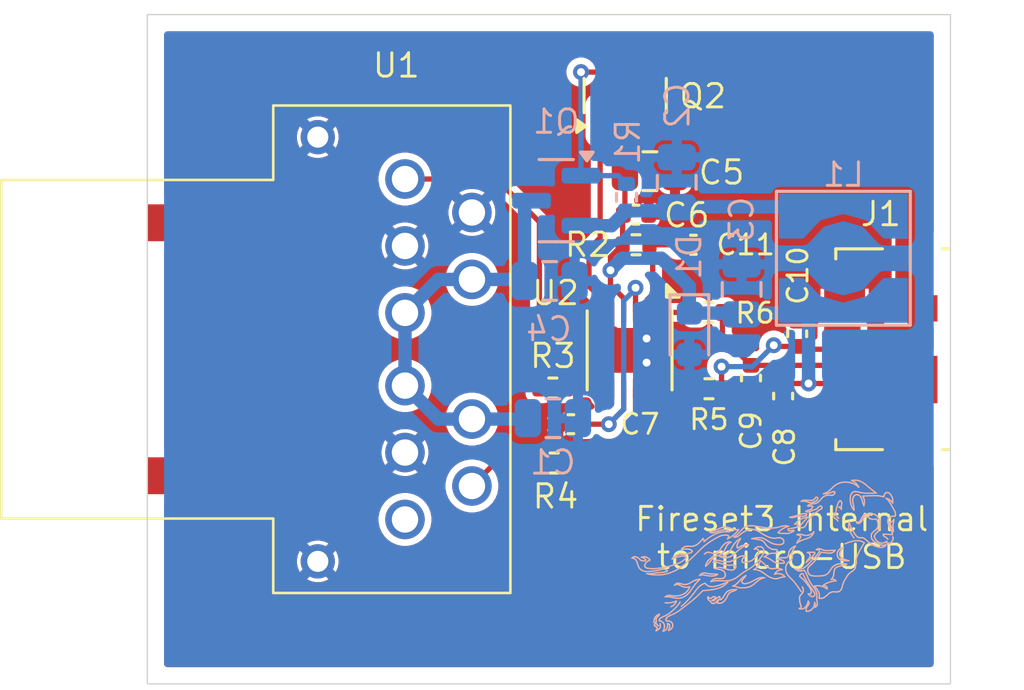
<source format=kicad_pcb>
(kicad_pcb
	(version 20241229)
	(generator "pcbnew")
	(generator_version "9.0")
	(general
		(thickness 1.6)
		(legacy_teardrops no)
	)
	(paper "A4")
	(layers
		(0 "F.Cu" signal)
		(2 "B.Cu" signal)
		(9 "F.Adhes" user "F.Adhesive")
		(11 "B.Adhes" user "B.Adhesive")
		(13 "F.Paste" user)
		(15 "B.Paste" user)
		(5 "F.SilkS" user "F.Silkscreen")
		(7 "B.SilkS" user "B.Silkscreen")
		(1 "F.Mask" user)
		(3 "B.Mask" user)
		(17 "Dwgs.User" user "User.Drawings")
		(19 "Cmts.User" user "User.Comments")
		(21 "Eco1.User" user "User.Eco1")
		(23 "Eco2.User" user "User.Eco2")
		(25 "Edge.Cuts" user)
		(27 "Margin" user)
		(31 "F.CrtYd" user "F.Courtyard")
		(29 "B.CrtYd" user "B.Courtyard")
		(35 "F.Fab" user)
		(33 "B.Fab" user)
		(39 "User.1" user)
		(41 "User.2" user)
		(43 "User.3" user)
		(45 "User.4" user)
	)
	(setup
		(pad_to_mask_clearance 0)
		(allow_soldermask_bridges_in_footprints no)
		(tenting front back)
		(pcbplotparams
			(layerselection 0x00000000_00000000_55555555_5755f5ff)
			(plot_on_all_layers_selection 0x00000000_00000000_00000000_00000000)
			(disableapertmacros no)
			(usegerberextensions no)
			(usegerberattributes yes)
			(usegerberadvancedattributes yes)
			(creategerberjobfile yes)
			(dashed_line_dash_ratio 12.000000)
			(dashed_line_gap_ratio 3.000000)
			(svgprecision 4)
			(plotframeref no)
			(mode 1)
			(useauxorigin no)
			(hpglpennumber 1)
			(hpglpenspeed 20)
			(hpglpendiameter 15.000000)
			(pdf_front_fp_property_popups yes)
			(pdf_back_fp_property_popups yes)
			(pdf_metadata yes)
			(pdf_single_document no)
			(dxfpolygonmode yes)
			(dxfimperialunits yes)
			(dxfusepcbnewfont yes)
			(psnegative no)
			(psa4output no)
			(plot_black_and_white yes)
			(sketchpadsonfab no)
			(plotpadnumbers no)
			(hidednponfab no)
			(sketchdnponfab yes)
			(crossoutdnponfab yes)
			(subtractmaskfromsilk no)
			(outputformat 1)
			(mirror no)
			(drillshape 1)
			(scaleselection 1)
			(outputdirectory "./")
		)
	)
	(net 0 "")
	(net 1 "GND")
	(net 2 "VCCTx")
	(net 3 "Net-(Q1-S)")
	(net 4 "V_USB")
	(net 5 "Net-(J1-D-)")
	(net 6 "Net-(J1-D+)")
	(net 7 "Net-(U2-~{RESET})")
	(net 8 "unconnected-(J1-ID-Pad4)")
	(net 9 "Net-(Q1-G)")
	(net 10 "TX_EN")
	(net 11 "TX_Data")
	(net 12 "Net-(U2-TXD{slash}D0)")
	(net 13 "Net-(U2-RXD{slash}D1)")
	(net 14 "RX_Data")
	(net 15 "Net-(U2-USBDP)")
	(net 16 "Net-(U2-USBDM)")
	(net 17 "unconnected-(U1-N.C.-Pad11)")
	(net 18 "unconnected-(U2-~{RTS}{slash}D2-Pad8)")
	(net 19 "unconnected-(U2-~{CTS}{slash}D3-Pad11)")
	(net 20 "Net-(U2-3V3OUT)")
	(footprint "isr_custom_lib:WDFN-12-1EP_3x3mm_P0.45mm_EP1.7x2.5mm" (layer "F.Cu") (at 109.083 82.8988 -90))
	(footprint "isr_custom_lib:C_0402_1005Metric" (layer "F.Cu") (at 111.506 78.8901 180))
	(footprint "isr_custom_lib:C_0402_1005Metric" (layer "F.Cu") (at 106.8552 85.6996))
	(footprint "isr_custom_lib:FF-FE50MLNR" (layer "F.Cu") (at 97.24898 74.80554 180))
	(footprint "isr_custom_lib:C_0402_1005Metric" (layer "F.Cu") (at 114.9096 84.6328 90))
	(footprint "isr_custom_lib:USB_Micro-B_Molex_47346-0001" (layer "F.Cu") (at 118.618 82.8548 90))
	(footprint "isr_custom_lib:R_0402_1005Metric" (layer "F.Cu") (at 112.0956 81.4578 180))
	(footprint "isr_custom_lib:SOT-23" (layer "F.Cu") (at 108.9152 73.2259 90))
	(footprint "isr_custom_lib:R_0402_1005Metric" (layer "F.Cu") (at 106.2208 87.1728 180))
	(footprint "isr_custom_lib:C_0402_1005Metric" (layer "F.Cu") (at 115.443 82.268 -90))
	(footprint "isr_custom_lib:C_0805_2012Metric" (layer "F.Cu") (at 109.855 76.0961 180))
	(footprint "isr_custom_lib:C_0402_1005Metric" (layer "F.Cu") (at 109.327 77.7471 180))
	(footprint "isr_custom_lib:R_0402_1005Metric" (layer "F.Cu") (at 109.327 78.8901))
	(footprint "isr_custom_lib:R_0402_1005Metric" (layer "F.Cu") (at 112.0956 84.3534 180))
	(footprint "isr_custom_lib:C_0402_1005Metric" (layer "F.Cu") (at 113.6904 83.947 90))
	(footprint "isr_custom_lib:R_0402_1005Metric" (layer "F.Cu") (at 106.17 84.328 180))
	(footprint "isr_custom_lib:C_0805_2012Metric" (layer "B.Cu") (at 110.871 76.52 90))
	(footprint "isr_custom_lib:D_0603_1608Metric" (layer "B.Cu") (at 111.3508 82.2707 -90))
	(footprint "isr_custom_lib:SOT-23" (layer "B.Cu") (at 106.299 77.216 180))
	(footprint "Conrads:744043003_WE-TPC-4828" (layer "B.Cu") (at 117.1956 79.4032 180))
	(footprint "isr_custom_lib:R_0402_1005Metric" (layer "B.Cu") (at 108.966 77.089 90))
	(footprint "isr_custom_lib:C_0805_2012Metric" (layer "B.Cu") (at 113.3348 80.584 90))
	(footprint "isr_custom_lib:C_0805_2012Metric" (layer "B.Cu") (at 106.045 80.264 180))
	(footprint "isr_custom_lib:C_0805_2012Metric" (layer "B.Cu") (at 106.172 85.471))
	(gr_line
		(start 117.083917 88.608391)
		(end 117.09196 88.611231)
		(stroke
			(width 0.0508)
			(type default)
		)
		(layer "B.SilkS")
		(uuid "00082da3-c1a1-4f44-a280-d6965066c175")
	)
	(gr_line
		(start 115.852524 91.168856)
		(end 115.85884 91.153558)
		(stroke
			(width 0.0508)
			(type default)
		)
		(layer "B.SilkS")
		(uuid "000aaad5-b974-4a66-9309-fc0bc302f825")
	)
	(gr_line
		(start 117.822877 89.380112)
		(end 117.834053 89.366199)
		(stroke
			(width 0.0508)
			(type default)
		)
		(layer "B.SilkS")
		(uuid "0024d3b5-4885-4888-ba6b-fdb311630b18")
	)
	(gr_line
		(start 115.968547 88.80322)
		(end 115.98305 88.803108)
		(stroke
			(width 0.0508)
			(type default)
		)
		(layer "B.SilkS")
		(uuid "0027b12f-5393-45f6-bea6-72af22fe912b")
	)
	(gr_line
		(start 111.548268 90.677374)
		(end 111.665828 90.561213)
		(stroke
			(width 0.0508)
			(type default)
		)
		(layer "B.SilkS")
		(uuid "004a6280-f5fc-465e-8ea0-eb8eeb02e68b")
	)
	(gr_line
		(start 109.65924 91.076469)
		(end 109.661558 91.089353)
		(stroke
			(width 0.0508)
			(type default)
		)
		(layer "B.SilkS")
		(uuid "005951df-82a7-4cb8-b662-01e864012783")
	)
	(gr_line
		(start 114.669967 90.565323)
		(end 114.680905 90.54554)
		(stroke
			(width 0.0508)
			(type default)
		)
		(layer "B.SilkS")
		(uuid "00777eaa-8d09-495b-b2ff-747e0115e946")
	)
	(gr_line
		(start 115.240011 89.241691)
		(end 115.200599 89.237879)
		(stroke
			(width 0.0508)
			(type default)
		)
		(layer "B.SilkS")
		(uuid "007d55e3-0484-4a38-80a2-60425a1cca52")
	)
	(gr_line
		(start 117.690939 89.942698)
		(end 117.705479 89.957609)
		(stroke
			(width 0.0508)
			(type default)
		)
		(layer "B.SilkS")
		(uuid "00a6530f-4c7d-401d-9ce9-c564bce79f04")
	)
	(gr_line
		(start 118.75463 90.196231)
		(end 118.718706 90.206418)
		(stroke
			(width 0.0508)
			(type default)
		)
		(layer "B.SilkS")
		(uuid "00aac5d3-69ab-46aa-a5ab-ae6812056391")
	)
	(gr_line
		(start 115.671298 92.051655)
		(end 115.676825 92.024819)
		(stroke
			(width 0.0508)
			(type default)
		)
		(layer "B.SilkS")
		(uuid "00d18daa-3bc0-45c9-a4a7-aa3769f5e882")
	)
	(gr_line
		(start 115.532616 92.264946)
		(end 115.538665 92.239111)
		(stroke
			(width 0.0508)
			(type default)
		)
		(layer "B.SilkS")
		(uuid "00dbd543-3f3a-48e2-9166-9cc4ef1c0fda")
	)
	(gr_line
		(start 117.421527 89.399906)
		(end 117.408052 89.441285)
		(stroke
			(width 0.0508)
			(type default)
		)
		(layer "B.SilkS")
		(uuid "0102be68-6763-46f3-8eed-0587dc1a97fa")
	)
	(gr_line
		(start 116.328765 92.312127)
		(end 116.358772 92.310895)
		(stroke
			(width 0.0508)
			(type default)
		)
		(layer "B.SilkS")
		(uuid "010fe23f-4fb9-4628-839c-4d400f0c9aec")
	)
	(gr_line
		(start 112.678292 89.907306)
		(end 112.72646 89.904731)
		(stroke
			(width 0.0508)
			(type default)
		)
		(layer "B.SilkS")
		(uuid "01290232-a260-4362-ae37-4416978eaa74")
	)
	(gr_line
		(start 113.889119 90.974014)
		(end 113.922474 90.937274)
		(stroke
			(width 0.0508)
			(type default)
		)
		(layer "B.SilkS")
		(uuid "0155837d-81ca-45de-af69-c7261fee9635")
	)
	(gr_line
		(start 112.165627 91.382421)
		(end 112.226926 91.384941)
		(stroke
			(width 0.0508)
			(type default)
		)
		(layer "B.SilkS")
		(uuid "017c2d3c-7c4e-4908-8422-3ca689994587")
	)
	(gr_line
		(start 118.619799 90.281058)
		(end 118.578353 90.267507)
		(stroke
			(width 0.0508)
			(type default)
		)
		(layer "B.SilkS")
		(uuid "01a70a03-2159-4273-b908-4d6e9451da7e")
	)
	(gr_line
		(start 110.508326 92.210908)
		(end 110.528243 92.204927)
		(stroke
			(width 0.0508)
			(type default)
		)
		(layer "B.SilkS")
		(uuid "01b09847-95bb-4972-af56-ebfa4dfbe83d")
	)
	(gr_arc
		(start 111.919026 90.632717)
		(mid 112.099556 90.655718)
		(end 112.275793 90.701111)
		(stroke
			(width 0.0035)
			(type default)
		)
		(layer "B.SilkS")
		(uuid "01e57354-79f0-4f78-817b-87a8fbc15700")
	)
	(gr_line
		(start 115.309453 89.729503)
		(end 115.300942 89.728085)
		(stroke
			(width 0.0508)
			(type default)
		)
		(layer "B.SilkS")
		(uuid "02422a89-eff0-4383-8115-6959047a5a10")
	)
	(gr_line
		(start 118.261939 89.300864)
		(end 118.286856 89.303511)
		(stroke
			(width 0.0508)
			(type default)
		)
		(layer "B.SilkS")
		(uuid "0248c422-4b8d-44b6-b5ff-e1b730dbb640")
	)
	(gr_line
		(start 113.1591 90.127332)
		(end 113.183512 90.107077)
		(stroke
			(width 0.0508)
			(type default)
		)
		(layer "B.SilkS")
		(uuid "02a41f94-2515-4954-a93a-0c2b740f725d")
	)
	(gr_line
		(start 119.046005 89.64875)
		(end 119.056224 89.674062)
		(stroke
			(width 0.0508)
			(type default)
		)
		(layer "B.SilkS")
		(uuid "02ae5289-6206-4567-b2e2-552758a29c93")
	)
	(gr_line
		(start 109.661709 91.03689)
		(end 109.658565 91.063109)
		(stroke
			(width 0.0508)
			(type default)
		)
		(layer "B.SilkS")
		(uuid "02d25bd4-5353-443d-a77c-8633a6f820d9")
	)
	(gr_line
		(start 112.179271 92.296935)
		(end 112.201512 92.284251)
		(stroke
			(width 0.0508)
			(type default)
		)
		(layer "B.SilkS")
		(uuid "0302c1b0-b282-42df-821f-57cb87bd271c")
	)
	(gr_line
		(start 111.183903 90.345936)
		(end 111.162958 90.354544)
		(stroke
			(width 0.0508)
			(type default)
		)
		(layer "B.SilkS")
		(uuid "0314a938-7355-48ae-a699-7e706d42360c")
	)
	(gr_line
		(start 115.442004 89.498486)
		(end 115.460729 89.514027)
		(stroke
			(width 0.0508)
			(type default)
		)
		(layer "B.SilkS")
		(uuid "0330b41a-ee6a-4863-a485-29f07d3b626a")
	)
	(gr_line
		(start 118.024584 90.061798)
		(end 118.061588 90.094156)
		(stroke
			(width 0.0508)
			(type default)
		)
		(layer "B.SilkS")
		(uuid "0331e09d-8381-462d-baf7-32698e43d45d")
	)
	(gr_line
		(start 110.552833 93.165189)
		(end 110.518297 93.165457)
		(stroke
			(width 0.0508)
			(type default)
		)
		(layer "B.SilkS")
		(uuid "0333ce02-6472-4590-aafe-7ec567da2587")
	)
	(gr_line
		(start 112.161397 89.778992)
		(end 112.206315 89.76696)
		(stroke
			(width 0.0508)
			(type default)
		)
		(layer "B.SilkS")
		(uuid "033f23ab-f4de-40fa-b419-417d352aaa6e")
	)
	(gr_line
		(start 117.995414 89.222077)
		(end 118.011458 89.210748)
		(stroke
			(width 0.0508)
			(type default)
		)
		(layer "B.SilkS")
		(uuid "035106af-5015-4edf-9022-6c3e711e3291")
	)
	(gr_line
		(start 110.470816 91.121047)
		(end 110.531568 91.106953)
		(stroke
			(width 0.0508)
			(type default)
		)
		(layer "B.SilkS")
		(uuid "035221c7-118e-417d-9c37-7cb1a7ceb1ad")
	)
	(gr_line
		(start 114.640653 90.588862)
		(end 114.654455 90.580678)
		(stroke
			(width 0.0508)
			(type default)
		)
		(layer "B.SilkS")
		(uuid "035a2f02-5101-4dcf-bdbf-68ab67a58a27")
	)
	(gr_line
		(start 116.496279 88.320582)
		(end 116.440826 88.338155)
		(stroke
			(width 0.0508)
			(type default)
		)
		(layer "B.SilkS")
		(uuid "03627324-c23f-4108-a624-f93ebb7bcbd6")
	)
	(gr_line
		(start 116.286441 90.49767)
		(end 116.285178 90.48481)
		(stroke
			(width 0.0508)
			(type default)
		)
		(layer "B.SilkS")
		(uuid "0363954e-00a8-4085-8ea6-0fe81066e323")
	)
	(gr_line
		(start 112.464192 90.871104)
		(end 112.512832 90.879612)
		(stroke
			(width 0.0508)
			(type default)
		)
		(layer "B.SilkS")
		(uuid "0388a1dc-4a22-48d5-9dbd-b4bcd88805c2")
	)
	(gr_line
		(start 118.444247 89.694572)
		(end 118.459251 89.678248)
		(stroke
			(width 0.0508)
			(type default)
		)
		(layer "B.SilkS")
		(uuid "03a1265b-1161-4fed-91f6-9c98eaaf755f")
	)
	(gr_line
		(start 112.811477 91.052957)
		(end 112.7813 91.048516)
		(stroke
			(width 0.0508)
			(type default)
		)
		(layer "B.SilkS")
		(uuid "03a43456-cef2-40cc-87ec-78b63fce4bf1")
	)
	(gr_line
		(start 114.743242 90.97059)
		(end 114.814858 90.976726)
		(stroke
			(width 0.0508)
			(type default)
		)
		(layer "B.SilkS")
		(uuid "03ccd3f9-7e12-4bdb-aaa4-07ba9d44ba81")
	)
	(gr_line
		(start 118.445266 89.160587)
		(end 118.42736 89.147205)
		(stroke
			(width 0.0508)
			(type default)
		)
		(layer "B.SilkS")
		(uuid "03f4f379-95ac-441c-9cc8-8f81a3df371c")
	)
	(gr_line
		(start 112.198684 89.821097)
		(end 112.226926 89.822553)
		(stroke
			(width 0.0508)
			(type default)
		)
		(layer "B.SilkS")
		(uuid "03f5435d-25bf-431a-ad7a-090f5b122ce2")
	)
	(gr_line
		(start 111.109196 91.8669)
		(end 111.146762 91.87792)
		(stroke
			(width 0.0508)
			(type default)
		)
		(layer "B.SilkS")
		(uuid "04161c08-a184-4b4e-919e-37256f418e15")
	)
	(gr_line
		(start 112.564348 90.385459)
		(end 112.588522 90.351915)
		(stroke
			(width 0.0508)
			(type default)
		)
		(layer "B.SilkS")
		(uuid "041b5f9b-5e4a-4a6e-add5-b9db0a831b43")
	)
	(gr_line
		(start 114.070946 91.568033)
		(end 114.095599 91.557289)
		(stroke
			(width 0.0508)
			(type default)
		)
		(layer "B.SilkS")
		(uuid "042ee404-9776-40be-bb48-020ccd48b2a1")
	)
	(gr_line
		(start 112.0315 91.362105)
		(end 112.088803 91.37346)
		(stroke
			(width 0.0508)
			(type default)
		)
		(layer "B.SilkS")
		(uuid "043a35fa-cec1-4209-9f93-4055a0110e58")
	)
	(gr_line
		(start 111.214981 90.723694)
		(end 111.203426 90.716549)
		(stroke
			(width 0.0508)
			(type default)
		)
		(layer "B.SilkS")
		(uuid "0443c137-3c65-4bdc-8b7e-84aa24e1aaf4")
	)
	(gr_line
		(start 112.897936 90.4952)
		(end 112.925026 90.453546)
		(stroke
			(width 0.0508)
			(type default)
		)
		(layer "B.SilkS")
		(uuid "0466947a-4ec4-41fa-b66c-8be3bdac9247")
	)
	(gr_line
		(start 109.912224 91.279921)
		(end 109.841485 91.286855)
		(stroke
			(width 0.0508)
			(type default)
		)
		(layer "B.SilkS")
		(uuid "0467598d-9f47-47fd-94bf-c912d5a9a4e4")
	)
	(gr_line
		(start 110.405621 93.404143)
		(end 110.407676 93.364806)
		(stroke
			(width 0.0508)
			(type default)
		)
		(layer "B.SilkS")
		(uuid "04816f7d-a37a-41b5-ac23-83eb3167f46b")
	)
	(gr_line
		(start 116.901534 92.065892)
		(end 116.933717 92.067198)
		(stroke
			(width 0.0508)
			(type default)
		)
		(layer "B.SilkS")
		(uuid "048299fa-a69f-4e47-aba4-268f6288a529")
	)
	(gr_line
		(start 116.836719 89.220096)
		(end 116.830259 89.199174)
		(stroke
			(width 0.0508)
			(type default)
		)
		(layer "B.SilkS")
		(uuid "0491ae89-ed4a-4876-bbc0-7902372c4039")
	)
	(gr_line
		(start 113.09361 90.193837)
		(end 113.136021 90.148558)
		(stroke
			(width 0.0508)
			(type default)
		)
		(layer "B.SilkS")
		(uuid "04a577df-63be-4189-8d28-f9e6eba6e80a")
	)
	(gr_line
		(start 111.025149 92.292369)
		(end 110.972036 92.300888)
		(stroke
			(width 0.0508)
			(type default)
		)
		(layer "B.SilkS")
		(uuid "04d1d388-f90d-43e2-95a3-6b8cfa30b688")
	)
	(gr_line
		(start 118.817692 88.301567)
		(end 118.829913 88.29644)
		(stroke
			(width 0.0508)
			(type default)
		)
		(layer "B.SilkS")
		(uuid "0502c2f3-003e-4452-bf62-8108831e1d2c")
	)
	(gr_line
		(start 116.201667 92.469934)
		(end 116.204844 92.49346)
		(stroke
			(width 0.0508)
			(type default)
		)
		(layer "B.SilkS")
		(uuid "05096d98-3295-4d73-abac-4767f9766150")
	)
	(gr_line
		(start 113.11968 91.777358)
		(end 113.14154 91.760279)
		(stroke
			(width 0.0508)
			(type default)
		)
		(layer "B.SilkS")
		(uuid "051cc7ca-4232-455f-8469-dcdb00c80c45")
	)
	(gr_line
		(start 112.465979 89.752936)
		(end 112.519487 89.737958)
		(stroke
			(width 0.0508)
			(type default)
		)
		(layer "B.SilkS")
		(uuid "051f10ae-6dbf-4f9e-bbe4-ac3fb42043db")
	)
	(gr_line
		(start 113.616317 91.875759)
		(end 113.6573 91.86056)
		(stroke
			(width 0.0508)
			(type default)
		)
		(layer "B.SilkS")
		(uuid "05276877-be70-4fb4-a65b-a49a0fefbc66")
	)
	(gr_line
		(start 114.571371 90.247105)
		(end 114.623375 90.257829)
		(stroke
			(width 0.0508)
			(type default)
		)
		(layer "B.SilkS")
		(uuid "054664e0-837e-4736-858c-20896d3ee933")
	)
	(gr_line
		(start 112.153644 90.793037)
		(end 112.214415 90.745314)
		(stroke
			(width 0.0508)
			(type default)
		)
		(layer "B.SilkS")
		(uuid "056598a7-99a7-406b-8f45-5ac3bbea75fc")
	)
	(gr_line
		(start 114.091102 91.298593)
		(end 114.122205 91.31749)
		(stroke
			(width 0.0508)
			(type default)
		)
		(layer "B.SilkS")
		(uuid "0566fec3-4308-4d89-9930-31fe37a76369")
	)
	(gr_line
		(start 115.537345 92.379599)
		(end 115.5322 92.328139)
		(stroke
			(width 0.0508)
			(type default)
		)
		(layer "B.SilkS")
		(uuid "056a04b7-12f5-41e6-a0c9-3320e7ede775")
	)
	(gr_line
		(start 113.439261 90.725893)
		(end 113.418846 90.746931)
		(stroke
			(width 0.0508)
			(type default)
		)
		(layer "B.SilkS")
		(uuid "05810831-e39f-4bc3-9aae-1bb5c61e763d")
	)
	(gr_line
		(start 117.057098 90.620292)
		(end 117.056769 90.638568)
		(stroke
			(width 0.0508)
			(type default)
		)
		(layer "B.SilkS")
		(uuid "05ae4cc6-6795-4d90-8615-132bba1e738f")
	)
	(gr_line
		(start 110.325956 91.200513)
		(end 110.289244 91.209851)
		(stroke
			(width 0.0508)
			(type default)
		)
		(layer "B.SilkS")
		(uuid "05bc4458-254a-46d2-8e7a-bfda155dbd55")
	)
	(gr_line
		(start 115.448562 90.171286)
		(end 115.431594 90.211537)
		(stroke
			(width 0.0508)
			(type default)
		)
		(layer "B.SilkS")
		(uuid "05efa480-cbf0-4d96-b799-ab7d5ab6d7b5")
	)
	(gr_line
		(start 118.833019 90.012505)
		(end 118.858427 90.035956)
		(stroke
			(width 0.0508)
			(type default)
		)
		(layer "B.SilkS")
		(uuid "05f59de0-9291-46b6-a709-00bf60d3f1d9")
	)
	(gr_line
		(start 117.66561 88.379162)
		(end 117.687384 88.373452)
		(stroke
			(width 0.0508)
			(type default)
		)
		(layer "B.SilkS")
		(uuid "06347a96-bd04-43f5-b6b8-1efb728bb0c2")
	)
	(gr_line
		(start 115.289782 90.466591)
		(end 115.267722 90.507427)
		(stroke
			(width 0.0508)
			(type default)
		)
		(layer "B.SilkS")
		(uuid "063ba0c6-0bf1-4ef7-a3d9-38c81464f2eb")
	)
	(gr_line
		(start 118.88289 89.4128)
		(end 118.887792 89.440151)
		(stroke
			(width 0.0508)
			(type default)
		)
		(layer "B.SilkS")
		(uuid "0647fe4d-3554-49f0-84dc-c741f1a5eab9")
	)
	(gr_line
		(start 118.740719 88.40126)
		(end 118.751603 88.373452)
		(stroke
			(width 0.0508)
			(type default)
		)
		(layer "B.SilkS")
		(uuid "066a3df2-7c39-427d-b5e0-5445c8ae5e3a")
	)
	(gr_line
		(start 112.043088 91.824935)
		(end 112.009603 91.801074)
		(stroke
			(width 0.0508)
			(type default)
		)
		(layer "B.SilkS")
		(uuid "068b3f75-e4bb-4813-bd1a-aaa37ab27620")
	)
	(gr_line
		(start 111.97011 90.591175)
		(end 111.987189 90.58127)
		(stroke
			(width 0.0508)
			(type default)
		)
		(layer "B.SilkS")
		(uuid "068d9d33-eafc-4321-b9c9-bb46634ddfc3")
	)
	(gr_line
		(start 114.731886 90.793358)
		(end 114.757896 90.779348)
		(stroke
			(width 0.0508)
			(type default)
		)
		(layer "B.SilkS")
		(uuid "06a600d6-dd07-4316-bac4-d7d77fc67585")
	)
	(gr_line
		(start 117.849529 88.452807)
		(end 117.860458 88.469626)
		(stroke
			(width 0.0508)
			(type default)
		)
		(layer "B.SilkS")
		(uuid "06ea8af0-518a-40fc-962d-9bb56a497a03")
	)
	(gr_line
		(start 114.489884 90.873319)
		(end 114.540863 90.909923)
		(stroke
			(width 0.0508)
			(type default)
		)
		(layer "B.SilkS")
		(uuid "06f64869-a862-42af-9624-0dcf136692b8")
	)
	(gr_line
		(start 114.962407 89.844206)
		(end 114.984686 89.845102)
		(stroke
			(width 0.0508)
			(type default)
		)
		(layer "B.SilkS")
		(uuid "07007b08-f70c-483f-8fdf-bde8bb231a00")
	)
	(gr_line
		(start 118.751603 88.373452)
		(end 118.766196 88.348453)
		(stroke
			(width 0.0508)
			(type default)
		)
		(layer "B.SilkS")
		(uuid "0714441a-8266-48e8-a9d6-d8b55c368eaf")
	)
	(gr_line
		(start 116.100371 91.839025)
		(end 116.15463 91.831665)
		(stroke
			(width 0.0508)
			(type default)
		)
		(layer "B.SilkS")
		(uuid "07276ccf-0f8c-4fcd-8fa4-c5daaf388429")
	)
	(gr_line
		(start 110.048166 93.364564)
		(end 110.056074 93.368752)
		(stroke
			(width 0.0508)
			(type default)
		)
		(layer "B.SilkS")
		(uuid "07365a83-2ecc-4933-9fcb-149935433cf6")
	)
	(gr_line
		(start 110.808942 92.511891)
		(end 110.82967 92.480564)
		(stroke
			(width 0.0508)
			(type default)
		)
		(layer "B.SilkS")
		(uuid "07508881-819d-4140-9804-b785340e4b10")
	)
	(gr_line
		(start 109.204532 90.781687)
		(end 109.1692 90.7796)
		(stroke
			(width 0.0508)
			(type default)
		)
		(layer "B.SilkS")
		(uuid "077b1180-c51a-4719-a8b8-57ff681c10a8")
	)
	(gr_line
		(start 116.973568 92.064723)
		(end 116.991169 92.061474)
		(stroke
			(width 0.0508)
			(type default)
		)
		(layer "B.SilkS")
		(uuid "078adce6-62ac-4a51-80ab-9929cf30dbb1")
	)
	(gr_line
		(start 117.713881 90.119185)
		(end 117.743356 90.11961)
		(stroke
			(width 0.0508)
			(type default)
		)
		(layer "B.SilkS")
		(uuid "0796a01a-db78-4315-908b-048b370c18f0")
	)
	(gr_line
		(start 115.799952 90.043386)
		(end 115.843584 90.027361)
		(stroke
			(width 0.0508)
			(type default)
		)
		(layer "B.SilkS")
		(uuid "07a58552-fda6-4bf1-9a66-ddbbe0a18bde")
	)
	(gr_line
		(start 112.347008 91.560294)
		(end 112.367164 91.558152)
		(stroke
			(width 0.0508)
			(type default)
		)
		(layer "B.SilkS")
		(uuid "07a8cdd7-18a9-46a1-bbd6-688014462555")
	)
	(gr_line
		(start 114.928081 90.769433)
		(end 114.960989 90.770243)
		(stroke
			(width 0.0508)
			(type default)
		)
		(layer "B.SilkS")
		(uuid "07acee2a-50ea-4e2b-ac08-acf76b389233")
	)
	(gr_line
		(start 110.785131 91.809137)
		(end 110.807664 91.783059)
		(stroke
			(width 0.0508)
			(type default)
		)
		(layer "B.SilkS")
		(uuid "07ad9675-e840-40df-bddb-48af7b744562")
	)
	(gr_line
		(start 110.026708 93.332958)
		(end 110.031969 93.347903)
		(stroke
			(width 0.0508)
			(type default)
		)
		(layer "B.SilkS")
		(uuid "07b42d4a-4930-4bbe-b924-1488ab74a1ba")
	)
	(gr_line
		(start 114.028059 90.807998)
		(end 114.069659 90.7524)
		(stroke
			(width 0.0508)
			(type default)
		)
		(layer "B.SilkS")
		(uuid "07c2cc5f-6d24-4016-84b0-74e65c583fe2")
	)
	(gr_line
		(start 110.055463 93.027945)
		(end 110.041224 93.052975)
		(stroke
			(width 0.0508)
			(type default)
		)
		(layer "B.SilkS")
		(uuid "07f369e8-30f3-4184-aadc-f622d4b8fcb0")
	)
	(gr_line
		(start 110.674664 92.808543)
		(end 110.629837 92.846255)
		(stroke
			(width 0.0508)
			(type default)
		)
		(layer "B.SilkS")
		(uuid "080f7500-9bf8-4019-9dba-19bd5d7a8629")
	)
	(gr_line
		(start 117.974873 88.79292)
		(end 117.986661 88.751793)
		(stroke
			(width 0.0508)
			(type default)
		)
		(layer "B.SilkS")
		(uuid "08100e75-b70f-4975-9c5c-2f3ad3e198b2")
	)
	(gr_line
		(start 118.514016 89.527413)
		(end 118.514041 89.503334)
		(stroke
			(width 0.0508)
			(type default)
		)
		(layer "B.SilkS")
		(uuid "082a46e4-458f-4667-9d8b-ec081b1f528a")
	)
	(gr_line
		(start 118.4464 88.311903)
		(end 118.333192 88.31535)
		(stroke
			(width 0.0508)
			(type default)
		)
		(layer "B.SilkS")
		(uuid "086b1cc8-5978-4c9b-9594-42b0f0c12319")
	)
	(gr_line
		(start 116.362676 91.456325)
		(end 116.325523 91.458966)
		(stroke
			(width 0.0508)
			(type default)
		)
		(layer "B.SilkS")
		(uuid "08781131-b0b6-429c-92d7-9ad57ddb2a8f")
	)
	(gr_line
		(start 112.270083 92.36059)
		(end 112.25496 92.36732)
		(stroke
			(width 0.0508)
			(type default)
		)
		(layer "B.SilkS")
		(uuid "087d60d6-fa5a-4f02-9a66-aa5f06fbf5f1")
	)
	(gr_line
		(start 113.183512 90.107077)
		(end 113.209295 90.087808)
		(stroke
			(width 0.0508)
			(type default)
		)
		(layer "B.SilkS")
		(uuid "087eaf78-4c73-4a96-9f1b-bd409f308fac")
	)
	(gr_line
		(start 115.258504 90.528399)
		(end 115.249019 90.556938)
		(stroke
			(width 0.0508)
			(type default)
		)
		(layer "B.SilkS")
		(uuid "08a154b7-0109-459c-bdfd-1b8ddad20164")
	)
	(gr_line
		(start 114.45562 90.430153)
		(end 114.4109 90.40462)
		(stroke
			(width 0.0508)
			(type default)
		)
		(layer "B.SilkS")
		(uuid "08b21ce3-2446-4204-a2f1-5749636a8cb8")
	)
	(gr_line
		(start 112.529347 89.805299)
		(end 112.597319 89.792046)
		(stroke
			(width 0.0508)
			(type default)
		)
		(layer "B.SilkS")
		(uuid "08d51d3e-53f1-404d-9f36-27f2a7a5a8ab")
	)
	(gr_line
		(start 112.510872 92.29924)
		(end 112.513188 92.321757)
		(stroke
			(width 0.0508)
			(type default)
		)
		(layer "B.SilkS")
		(uuid "08f3160a-c933-4a26-8442-176d73e58e11")
	)
	(gr_line
		(start 112.666126 89.78374)
		(end 112.735712 89.780512)
		(stroke
			(width 0.0508)
			(type default)
		)
		(layer "B.SilkS")
		(uuid "0913508a-e774-4c5a-9861-751b80750d58")
	)
	(gr_line
		(start 112.900613 89.64179)
		(end 112.968041 89.669794)
		(stroke
			(width 0.0508)
			(type default)
		)
		(layer "B.SilkS")
		(uuid "09242290-4c15-44b1-9cd9-0f8e81a2430a")
	)
	(gr_line
		(start 113.403909 90.347155)
		(end 113.465579 90.317741)
		(stroke
			(width 0.0508)
			(type default)
		)
		(layer "B.SilkS")
		(uuid "09685daf-98d2-45b3-aa10-b8fb565baa05")
	)
	(gr_line
		(start 112.573346 89.626375)
		(end 112.618145 89.61366)
		(stroke
			(width 0.0508)
			(type default)
		)
		(layer "B.SilkS")
		(uuid "096bfdf3-b5cb-4477-9fc6-87a76e084320")
	)
	(gr_line
		(start 109.552627 91.245458)
		(end 109.523194 91.226686)
		(stroke
			(width 0.0508)
			(type default)
		)
		(layer "B.SilkS")
		(uuid "09719ea8-bce4-41bc-8e13-84017fa0f720")
	)
	(gr_line
		(start 114.94897 90.95906)
		(end 114.954249 90.95044)
		(stroke
			(width 0.0508)
			(type default)
		)
		(layer "B.SilkS")
		(uuid "098abdc4-8d15-421a-97fa-d90df2ded401")
	)
	(gr_line
		(start 114.005051 90.083989)
		(end 113.959413 90.075728)
		(stroke
			(width 0.0508)
			(type default)
		)
		(layer "B.SilkS")
		(uuid "09a13ba5-7347-49a2-aa2e-51912ff2e0d4")
	)
	(gr_line
		(start 111.319822 92.115373)
		(end 111.293929 92.142153)
		(stroke
			(width 0.0508)
			(type default)
		)
		(layer "B.SilkS")
		(uuid "09ba9dc6-3e56-46a5-9e31-df62e24ca146")
	)
	(gr_line
		(start 117.868554 90.141618)
		(end 117.910015 90.156837)
		(stroke
			(width 0.0508)
			(type default)
		)
		(layer "B.SilkS")
		(uuid "09bd56f8-d283-419b-bd4d-a7733d331b1c")
	)
	(gr_line
		(start 117.199359 90.393955)
		(end 117.177051 90.394878)
		(stroke
			(width 0.0508)
			(type default)
		)
		(layer "B.SilkS")
		(uuid "09f9999a-58bf-4d4f-9b68-f827fbd04b82")
	)
	(gr_line
		(start 117.050034 90.997428)
		(end 117.018921 91.002375)
		(stroke
			(width 0.0508)
			(type default)
		)
		(layer "B.SilkS")
		(uuid "0a2106f4-ece1-45f2-bc10-de226eaf6b6b")
	)
	(gr_line
		(start 117.446241 89.760058)
		(end 117.464191 89.797756)
		(stroke
			(width 0.0508)
			(type default)
		)
		(layer "B.SilkS")
		(uuid "0a21a981-fa1f-4e90-b05b-018cbcacf319")
	)
	(gr_line
		(start 115.538665 92.239111)
		(end 115.549523 92.215627)
		(stroke
			(width 0.0508)
			(type default)
		)
		(layer "B.SilkS")
		(uuid "0a2f4dd5-cabb-4c01-bf47-63bd68d6f989")
	)
	(gr_line
		(start 112.746218 90.202173)
		(end 112.771428 90.189023)
		(stroke
			(width 0.0508)
			(type default)
		)
		(layer "B.SilkS")
		(uuid "0a438280-e8ff-4e39-a098-c1ad7b359cdd")
	)
	(gr_line
		(start 114.833159 90.022437)
		(end 114.813584 90.016949)
		(stroke
			(width 0.0508)
			(type default)
		)
		(layer "B.SilkS")
		(uuid "0a5636b9-9836-4e01-bce2-9a12da8c3b30")
	)
	(gr_line
		(start 112.005353 91.442343)
		(end 112.045268 91.449743)
		(stroke
			(width 0.0508)
			(type default)
		)
		(layer "B.SilkS")
		(uuid "0a5dafce-3883-4cf1-b1ec-048dcaba4894")
	)
	(gr_line
		(start 118.93124 88.316091)
		(end 118.947765 88.328438)
		(stroke
			(width 0.0508)
			(type default)
		)
		(layer "B.SilkS")
		(uuid "0a84a685-5e69-43d0-b100-bb117ccdb3e2")
	)
	(gr_line
		(start 113.216115 90.380877)
		(end 113.237488 90.368915)
		(stroke
			(width 0.0508)
			(type default)
		)
		(layer "B.SilkS")
		(uuid "0aa00661-8507-4ca1-acf6-b67f18988507")
	)
	(gr_line
		(start 113.747786 90.850775)
		(end 113.767714 90.833969)
		(stroke
			(width 0.0508)
			(type default)
		)
		(layer "B.SilkS")
		(uuid "0aa0dd65-bd17-4dc0-a125-000ca4688e6d")
	)
	(gr_line
		(start 115.365774 91.195356)
		(end 115.399055 91.220913)
		(stroke
			(width 0.0508)
			(type default)
		)
		(layer "B.SilkS")
		(uuid "0ab3abac-5c63-4db8-83b9-187f0487db58")
	)
	(gr_line
		(start 110.646247 92.62896)
		(end 110.686399 92.612006)
		(stroke
			(width 0.0508)
			(type default)
		)
		(layer "B.SilkS")
		(uuid "0abb7917-99d1-4969-8f41-04b3f25cba62")
	)
	(gr_line
		(start 115.560916 89.619973)
		(end 115.556388 89.614792)
		(stroke
			(width 0.0508)
			(type default)
		)
		(layer "B.SilkS")
		(uuid "0ac2f959-4398-4ed5-84fd-aedfae986c62")
	)
	(gr_line
		(start 112.214194 91.978721)
		(end 112.267221 91.970262)
		(stroke
			(width 0.0508)
			(type default)
		)
		(layer "B.SilkS")
		(uuid "0acc56de-73bb-4d2a-8ad2-d3e5d53f0c22")
	)
	(gr_line
		(start 112.856326 90.219607)
		(end 112.89257 90.197445)
		(stroke
			(width 0.0508)
			(type default)
		)
		(layer "B.SilkS")
		(uuid "0acece44-e0d6-4a81-8767-98edda3b5594")
	)
	(gr_line
		(start 115.346301 89.498486)
		(end 115.381773 89.457026)
		(stroke
			(width 0.0508)
			(type default)
		)
		(layer "B.SilkS")
		(uuid "0ad65e98-42fa-46e0-ab64-da2587369622")
	)
	(gr_line
		(start 117.008418 92.056668)
		(end 117.03684 92.044594)
		(stroke
			(width 0.0508)
			(type default)
		)
		(layer "B.SilkS")
		(uuid "0aedbdb1-ba53-4e9a-8b54-1e227ea181d0")
	)
	(gr_line
		(start 115.682675 89.616281)
		(end 115.658576 89.624495)
		(stroke
			(width 0.0508)
			(type default)
		)
		(layer "B.SilkS")
		(uuid "0b077c96-5f91-46be-9aa1-f9abd134b1dd")
	)
	(gr_line
		(start 117.133875 88.678942)
		(end 117.134465 88.695783)
		(stroke
			(width 0.0508)
			(type default)
		)
		(layer "B.SilkS")
		(uuid "0b0b1967-500c-40c8-9cc3-031cd07d9ab1")
	)
	(gr_line
		(start 113.792369 91.219999)
		(end 113.846105 91.220585)
		(stroke
			(width 0.0508)
			(type default)
		)
		(layer "B.SilkS")
		(uuid "0b0e9ff1-c4ff-4327-902b-89ea2ca88a86")
	)
	(gr_line
		(start 116.128458 88.504417)
		(end 116.139834 88.489187)
		(stroke
			(width 0.0508)
			(type default)
		)
		(layer "B.SilkS")
		(uuid "0b21039b-0398-4707-9f6c-c1d3eb0e67f2")
	)
	(gr_line
		(start 112.954216 92.055499)
		(end 112.9972 92.041909)
		(stroke
			(width 0.0508)
			(type default)
		)
		(layer "B.SilkS")
		(uuid "0b31425a-c0b2-4c37-99c0-1c338eb482f0")
	)
	(gr_line
		(start 115.35048 89.62952)
		(end 115.304189 89.640246)
		(stroke
			(width 0.0508)
			(type default)
		)
		(layer "B.SilkS")
		(uuid "0b4ac633-7cbe-40e8-a23d-3800f0f24fa6")
	)
	(gr_line
		(start 118.110129 89.107614)
		(end 118.131906 89.114892)
		(stroke
			(width 0.0508)
			(type default)
		)
		(layer "B.SilkS")
		(uuid "0b52b91d-ff1b-4122-af38-8c409e2e813c")
	)
	(gr_line
		(start 115.049702 89.84882)
		(end 115.086583 89.84633)
		(stroke
			(width 0.0508)
			(type default)
		)
		(layer "B.SilkS")
		(uuid "0b748125-6512-4dd4-b693-3d91452ed880")
	)
	(gr_line
		(start 112.697437 92.158441)
		(end 112.720798 92.125103)
		(stroke
			(width 0.0508)
			(type default)
		)
		(layer "B.SilkS")
		(uuid "0b7f08d4-b48d-4d7e-83b0-8ca4f1a99f56")
	)
	(gr_line
		(start 114.672529 90.016168)
		(end 114.613992 90.022403)
		(stroke
			(width 0.0508)
			(type default)
		)
		(layer "B.SilkS")
		(uuid "0b86ea92-170b-4e4e-902d-8dde6892714d")
	)
	(gr_line
		(start 116.553554 91.739682)
		(end 116.622155 91.709593)
		(stroke
			(width 0.0508)
			(type default)
		)
		(layer "B.SilkS")
		(uuid "0b91acd7-b34e-4747-a557-e2ae1ee02c9f")
	)
	(gr_line
		(start 119.056224 89.674062)
		(end 119.067429 89.708823)
		(stroke
			(width 0.0508)
			(type default)
		)
		(layer "B.SilkS")
		(uuid "0bc649a2-081b-46be-aaf2-77accc41c4a4")
	)
	(gr_line
		(start 115.891593 89.904061)
		(end 115.932922 89.888266)
		(stroke
			(width 0.0508)
			(type default)
		)
		(layer "B.SilkS")
		(uuid "0bfa0666-bc75-493c-9826-e3b0f5225ca1")
	)
	(gr_line
		(start 117.905538 89.232596)
		(end 117.919515 89.209228)
		(stroke
			(width 0.0508)
			(type default)
		)
		(layer "B.SilkS")
		(uuid "0c0430e9-774f-4453-be74-24e9a614f638")
	)
	(gr_line
		(start 112.672083 90.509082)
		(end 112.699384 90.456497)
		(stroke
			(width 0.0508)
			(type default)
		)
		(layer "B.SilkS")
		(uuid "0ca07a2c-343b-42d3-84da-d850dd6f7e9f")
	)
	(gr_line
		(start 114.926105 90.971017)
		(end 114.939174 90.966011)
		(stroke
			(width 0.0508)
			(type default)
		)
		(layer "B.SilkS")
		(uuid "0ca9399b-d767-4da6-a63e-b5161d8e88a0")
	)
	(gr_line
		(start 114.740944 89.603493)
		(end 114.823991 89.581945)
		(stroke
			(width 0.0508)
			(type default)
		)
		(layer "B.SilkS")
		(uuid "0cad39cf-dac1-4aba-a2ad-544c4d4af1bf")
	)
	(gr_line
		(start 115.957285 92.121741)
		(end 115.94349 92.131256)
		(stroke
			(width 0.0508)
			(type default)
		)
		(layer "B.SilkS")
		(uuid "0cc22dc4-6d16-42e8-be1a-60aa1ce1290a")
	)
	(gr_line
		(start 118.069767 88.317722)
		(end 117.992965 88.314464)
		(stroke
			(width 0.0508)
			(type default)
		)
		(layer "B.SilkS")
		(uuid "0cc84500-9b95-4c37-b96b-4dcac775092c")
	)
	(gr_line
		(start 116.827802 89.147868)
		(end 116.830289 89.130258)
		(stroke
			(width 0.0508)
			(type default)
		)
		(layer "B.SilkS")
		(uuid "0cdc7865-e826-42ef-afa8-b0cd298dc891")
	)
	(gr_line
		(start 117.861541 88.29644)
		(end 117.811497 88.283931)
		(stroke
			(width 0.0508)
			(type default)
		)
		(layer "B.SilkS")
		(uuid "0ce90b62-75db-4658-a857-88adece21cce")
	)
	(gr_line
		(start 114.803081 91.226583)
		(end 114.827394 91.222845)
		(stroke
			(width 0.0508)
			(type default)
		)
		(layer "B.SilkS")
		(uuid "0cfd560b-dc03-4112-9726-55da3d9a5236")
	)
	(gr_line
		(start 113.359589 91.537017)
		(end 113.401671 91.501842)
		(stroke
			(width 0.0508)
			(type default)
		)
		(layer "B.SilkS")
		(uuid "0d0af9ed-0546-4469-8e2d-d148f65a6703")
	)
	(gr_line
		(start 117.3695 90.870876)
		(end 117.410413 90.88056)
		(stroke
			(width 0.0508)
			(type default)
		)
		(layer "B.SilkS")
		(uuid "0d0f5a17-e318-481e-8437-bd8a49dedaa9")
	)
	(gr_line
		(start 114.641526 91.172104)
		(end 114.683154 91.170541)
		(stroke
			(width 0.0508)
			(type default)
		)
		(layer "B.SilkS")
		(uuid "0d1378ea-ffb5-4ef1-bc63-5cdb9aeb4848")
	)
	(gr_line
		(start 113.199887 90.755559)
		(end 113.23184 90.738151)
		(stroke
			(width 0.0508)
			(type default)
		)
		(layer "B.SilkS")
		(uuid "0d1e1e0a-7bd2-4b0c-8cde-47c3c15dd211")
	)
	(gr_line
		(start 115.279529 89.240087)
		(end 115.240011 89.241691)
		(stroke
			(width 0.0508)
			(type default)
		)
		(layer "B.SilkS")
		(uuid "0d3506b2-5055-4ba4-8e2c-3c32eec2e207")
	)
	(gr_line
		(start 110.753256 90.738692)
		(end 110.769171 90.725201)
		(stroke
			(width 0.0508)
			(type default)
		)
		(layer "B.SilkS")
		(uuid "0d6e81f4-e6c5-45bf-9164-35e07c791c76")
	)
	(gr_line
		(start 113.92726 90.009536)
		(end 113.966002 90.006506)
		(stroke
			(width 0.0508)
			(type default)
		)
		(layer "B.SilkS")
		(uuid "0d76c580-cd02-4517-9c30-0cfcad8c2a0e")
	)
	(gr_line
		(start 117.455564 88.493262)
		(end 117.453738 88.535898)
		(stroke
			(width 0.0508)
			(type default)
		)
		(layer "B.SilkS")
		(uuid "0d96c16c-8022-4585-b255-42adfddbab85")
	)
	(gr_line
		(start 116.209148 88.561382)
		(end 116.199957 88.575892)
		(stroke
			(width 0.0508)
			(type default)
		)
		(layer "B.SilkS")
		(uuid "0da9ec3f-ff9e-4089-92a1-1f1e49782ce5")
	)
	(gr_line
		(start 111.201113 91.785143)
		(end 111.237298 91.781027)
		(stroke
			(width 0.0508)
			(type default)
		)
		(layer "B.SilkS")
		(uuid "0ddd0ac2-c46c-49aa-a359-0e35e4de0525")
	)
	(gr_line
		(start 112.797552 89.716436)
		(end 112.82028 89.728252)
		(stroke
			(width 0.0508)
			(type default)
		)
		(layer "B.SilkS")
		(uuid "0ddecf68-3f39-465a-a44e-7182e97f69ec")
	)
	(gr_line
		(start 117.801002 89.456514)
		(end 117.816021 89.448615)
		(stroke
			(width 0.0508)
			(type default)
		)
		(layer "B.SilkS")
		(uuid "0de69822-7123-4a79-a88b-6a04ec108852")
	)
	(gr_line
		(start 111.685186 90.233954)
		(end 111.65877 90.253679)
		(stroke
			(width 0.0508)
			(type default)
		)
		(layer "B.SilkS")
		(uuid "0df5645a-f312-448a-b229-c50e0941f862")
	)
	(gr_line
		(start 117.099727 88.615764)
		(end 117.113667 88.628875)
		(stroke
			(width 0.0508)
			(type default)
		)
		(layer "B.SilkS")
		(uuid "0df63095-43cb-4a64-8e0e-256772279b29")
	)
	(gr_line
		(start 111.855534 92.017745)
		(end 112.023102 92.001815)
		(stroke
			(width 0.0508)
			(type default)
		)
		(layer "B.SilkS")
		(uuid "0e040465-c2db-40e7-bd6c-b436fadbdd93")
	)
	(gr_line
		(start 116.94974 92.066895)
		(end 116.973568 92.064723)
		(stroke
			(width 0.0508)
			(type default)
		)
		(layer "B.SilkS")
		(uuid "0e23391f-1b7e-449b-889d-46ad75c65219")
	)
	(gr_line
		(start 117.108245 91.979241)
		(end 117.125665 91.948289)
		(stroke
			(width 0.0508)
			(type default)
		)
		(layer "B.SilkS")
		(uuid "0e2821f1-967c-4068-8a43-da5790119b53")
	)
	(gr_line
		(start 110.804867 90.701104)
		(end 110.828413 90.688493)
		(stroke
			(width 0.0508)
			(type default)
		)
		(layer "B.SilkS")
		(uuid "0e40de0e-e1ca-4f1d-abef-8865d4a1b041")
	)
	(gr_line
		(start 110.185497 93.345074)
		(end 110.165211 93.341775)
		(stroke
			(width 0.0508)
			(type default)
		)
		(layer "B.SilkS")
		(uuid "0e922c4c-ebbb-4e36-9121-653c52fc99c1")
	)
	(gr_line
		(start 116.825899 88.372609)
		(end 116.809769 88.382845)
		(stroke
			(width 0.0508)
			(type default)
		)
		(layer "B.SilkS")
		(uuid "0e9938e6-51e9-4c37-b128-c0281231c4e4")
	)
	(gr_line
		(start 112.855756 90.552528)
		(end 112.877396 90.524324)
		(stroke
			(width 0.0508)
			(type default)
		)
		(layer "B.SilkS")
		(uuid "0eb7c5db-547d-4bde-94e0-f4eee88378d8")
	)
	(gr_line
		(start 110.022175 93.101065)
		(end 110.016298 93.123346)
		(stroke
			(width 0.0508)
			(type default)
		)
		(layer "B.SilkS")
		(uuid "0ebf883b-4d95-40b7-bd36-20d8d468f413")
	)
	(gr_line
		(start 115.962124 91.984714)
		(end 115.968879 92.004935)
		(stroke
			(width 0.0508)
			(type default)
		)
		(layer "B.SilkS")
		(uuid "0edc94c2-b155-4ec3-83c1-ec8cc482bef2")
	)
	(gr_line
		(start 112.738521 91.762896)
		(end 112.766082 91.737624)
		(stroke
			(width 0.0508)
			(type default)
		)
		(layer "B.SilkS")
		(uuid "0ef64084-014f-4bd0-a024-9f8602431923")
	)
	(gr_line
		(start 119.096749 89.338116)
		(end 119.081322 89.360291)
		(stroke
			(width 0.0508)
			(type default)
		)
		(layer "B.SilkS")
		(uuid "0f231e4c-2281-4fd8-b0bb-e6e2512ef029")
	)
	(gr_line
		(start 116.734 92.076709)
		(end 116.763635 92.067854)
		(stroke
			(width 0.0508)
			(type default)
		)
		(layer "B.SilkS")
		(uuid "0f471678-38c9-41fb-8780-1f74f210b31e")
	)
	(gr_line
		(start 113.216588 89.836016)
		(end 113.267031 89.782006)
		(stroke
			(width 0.0508)
			(type default)
		)
		(layer "B.SilkS")
		(uuid "0fb95630-2b23-4b0c-80c9-0f031633c20d")
	)
	(gr_line
		(start 112.555604 92.349853)
		(end 112.575863 92.334781)
		(stroke
			(width 0.0508)
			(type default)
		)
		(layer "B.SilkS")
		(uuid "0fc0d710-fed4-4dcb-930e-eb0180b4ccbf")
	)
	(gr_line
		(start 112.298801 89.736471)
		(end 112.374647 89.706286)
		(stroke
			(width 0.0508)
			(type default)
		)
		(layer "B.SilkS")
		(uuid "0fc2b777-ee55-49c6-8eb6-84bbfbf4e2f0")
	)
	(gr_line
		(start 115.55134 89.596087)
		(end 115.553578 89.581347)
		(stroke
			(width 0.0508)
			(type default)
		)
		(layer "B.SilkS")
		(uuid "0fc8ce28-bbc7-4fc6-9668-912496dea72d")
	)
	(gr_line
		(start 119.077854 89.568663)
		(end 119.077837 89.526208)
		(stroke
			(width 0.0508)
			(type default)
		)
		(layer "B.SilkS")
		(uuid "0fd58112-de01-409f-b392-ef3867c61aa0")
	)
	(gr_line
		(start 115.94672 89.24692)
		(end 115.895454 89.325225)
		(stroke
			(width 0.0508)
			(type default)
		)
		(layer "B.SilkS")
		(uuid "0fdf1ed9-2802-4144-8b03-dbafc5710f55")
	)
	(gr_line
		(start 117.325457 91.014478)
		(end 117.267835 91.002963)
		(stroke
			(width 0.0508)
			(type default)
		)
		(layer "B.SilkS")
		(uuid "0ff051cc-b7b3-459f-9bf6-bf0c62084669")
	)
	(gr_line
		(start 109.654673 90.728592)
		(end 109.674494 90.729027)
		(stroke
			(width 0.0508)
			(type default)
		)
		(layer "B.SilkS")
		(uuid "1008c4ef-7b75-4ac3-acb7-23a10a6a8481")
	)
	(gr_line
		(start 117.690143 87.960355)
		(end 117.724944 88.001558)
		(stroke
			(width 0.0508)
			(type default)
		)
		(layer "B.SilkS")
		(uuid "100d64f9-0358-4238-89a7-3e30d6a4a54f")
	)
	(gr_line
		(start 109.691124 90.847019)
		(end 109.686834 90.836534)
		(stroke
			(width 0.0508)
			(type default)
		)
		(layer "B.SilkS")
		(uuid "101a17c4-b347-435f-9f1b-b7c6df753692")
	)
	(gr_line
		(start 112.45393 89.973925)
		(end 112.487493 89.957884)
		(stroke
			(width 0.0508)
			(type default)
		)
		(layer "B.SilkS")
		(uuid "101e76f4-5183-47af-b905-51a43f565c38")
	)
	(gr_line
		(start 110.373985 91.195808)
		(end 110.34462 91.197408)
		(stroke
			(width 0.0508)
			(type default)
		)
		(layer "B.SilkS")
		(uuid "104b2c6c-83f2-4f87-bdf7-a3eaf755ba02")
	)
	(gr_line
		(start 113.045234 91.573963)
		(end 113.103462 91.542869)
		(stroke
			(width 0.0508)
			(type default)
		)
		(layer "B.SilkS")
		(uuid "10754817-0cb0-4684-ac6d-dc0db412046a")
	)
	(gr_line
		(start 116.892194 91.04428)
		(end 116.861128 91.061536)
		(stroke
			(width 0.0508)
			(type default)
		)
		(layer "B.SilkS")
		(uuid "109b268c-5566-442c-b113-6cbca6df5650")
	)
	(gr_line
		(start 110.463267 92.249742)
		(end 110.430611 92.253285)
		(stroke
			(width 0.0508)
			(type default)
		)
		(layer "B.SilkS")
		(uuid "109f80a3-6571-4d05-9cfc-77edc2a24f94")
	)
	(gr_line
		(start 118.568946 90.370949)
		(end 118.599838 90.373859)
		(stroke
			(width 0.0508)
			(type default)
		)
		(layer "B.SilkS")
		(uuid "10b9c5ea-829e-4c6d-80df-dab29408201c")
	)
	(gr_line
		(start 115.99889 88.89998)
		(end 115.979678 88.920946)
		(stroke
			(width 0.0508)
			(type default)
		)
		(layer "B.SilkS")
		(uuid "10d4d497-3365-48d0-9df2-eacb7e14c0f7")
	)
	(gr_line
		(start 109.720936 91.153284)
		(end 109.747496 91.162007)
		(stroke
			(width 0.0508)
			(type default)
		)
		(layer "B.SilkS")
		(uuid "10ddd865-4560-4c62-9559-6729091f171f")
	)
	(gr_line
		(start 114.683154 91.170541)
		(end 114.724221 91.17204)
		(stroke
			(width 0.0508)
			(type default)
		)
		(layer "B.SilkS")
		(uuid "10f0759d-6adf-40bf-90e4-aff0e6b88204")
	)
	(gr_line
		(start 112.669796 89.706809)
		(end 112.698231 89.703942)
		(stroke
			(width 0.0508)
			(type default)
		)
		(layer "B.SilkS")
		(uuid "10f21410-de50-455c-a88b-abd6bdec9eab")
	)
	(gr_line
		(start 118.221313 88.317741)
		(end 118.120571 88.318384)
		(stroke
			(width 0.0508)
			(type default)
		)
		(layer "B.SilkS")
		(uuid "10fc022d-9295-4eea-ad6e-b6328f577bec")
	)
	(gr_line
		(start 116.028316 88.97028)
		(end 116.053076 88.959746)
		(stroke
			(width 0.0508)
			(type default)
		)
		(layer "B.SilkS")
		(uuid "11457c0d-a16c-4df5-8a6e-931d709e3faf")
	)
	(gr_line
		(start 111.444221 91.952103)
		(end 111.399774 92.015854)
		(stroke
			(width 0.0508)
			(type default)
		)
		(layer "B.SilkS")
		(uuid "11713369-dcf1-4a72-801d-cfb56434faca")
	)
	(gr_line
		(start 115.161365 89.228301)
		(end 115.191896 89.223931)
		(stroke
			(width 0.0508)
			(type default)
		)
		(layer "B.SilkS")
		(uuid "11b06354-ac74-4514-87c7-505c80bdd0dd")
	)
	(gr_line
		(start 109.962116 91.364722)
		(end 110.014323 91.357337)
		(stroke
			(width 0.0508)
			(type default)
		)
		(layer "B.SilkS")
		(uuid "11cd2892-9c87-4873-ba50-47646ac7ffb5")
	)
	(gr_line
		(start 116.804273 91.10376)
		(end 116.785139 91.122051)
		(stroke
			(width 0.0508)
			(type default)
		)
		(layer "B.SilkS")
		(uuid "11ce1c8d-a6a3-425d-9d47-71708de040a4")
	)
	(gr_line
		(start 115.791988 91.377547)
		(end 115.809351 91.419355)
		(stroke
			(width 0.0508)
			(type default)
		)
		(layer "B.SilkS")
		(uuid "11da2d79-4b2c-48bd-9716-c7bc87909dec")
	)
	(gr_line
		(start 114.137557 90.132015)
		(end 114.10787 90.115731)
		(stroke
			(width 0.0508)
			(type default)
		)
		(layer "B.SilkS")
		(uuid "11e2aa76-223e-4111-a91a-99c865ab78ef")
	)
	(gr_line
		(start 117.534525 89.711819)
		(end 117.581112 89.786541)
		(stroke
			(width 0.0508)
			(type default)
		)
		(layer "B.SilkS")
		(uuid "11f683a7-5861-4fa9-8d36-427f135ef28f")
	)
	(gr_line
		(start 115.81989 92.53709)
		(end 115.831255 92.508416)
		(stroke
			(width 0.0508)
			(type default)
		)
		(layer "B.SilkS")
		(uuid "11f7571e-2187-4f36-8ad5-30dc6c01d12f")
	)
	(gr_line
		(start 114.530789 90.454383)
		(end 114.509585 90.451012)
		(stroke
			(width 0.0508)
			(type default)
		)
		(layer "B.SilkS")
		(uuid "1206fb0e-f9e5-4124-a2ac-528fe4e094ad")
	)
	(gr_line
		(start 110.954 90.646389)
		(end 111.000605 90.638305)
		(stroke
			(width 0.0508)
			(type default)
		)
		(layer "B.SilkS")
		(uuid "12080836-00f8-4a05-b2d9-a63debd18ee9")
	)
	(gr_line
		(start 112.960054 90.890582)
		(end 112.99 90.878576)
		(stroke
			(width 0.0508)
			(type default)
		)
		(layer "B.SilkS")
		(uuid "12096a9f-b8da-4b22-9ade-f5779247d801")
	)
	(gr_line
		(start 117.061815 88.844529)
		(end 117.067067 88.848719)
		(stroke
			(width 0.0508)
			(type default)
		)
		(layer "B.SilkS")
		(uuid "123af1d4-f8cb-4e22-a8b9-13508c592234")
	)
	(gr_line
		(start 110.125965 93.444731)
		(end 110.123276 93.458136)
		(stroke
			(width 0.0508)
			(type default)
		)
		(layer "B.SilkS")
		(uuid "12504358-b0b8-47fb-958e-53269a7e63c9")
	)
	(gr_line
		(start 115.151831 89.747599)
		(end 115.141006 89.745253)
		(stroke
			(width 0.0508)
			(type default)
		)
		(layer "B.SilkS")
		(uuid "126b2a97-f8a4-41ae-bef7-08da7bafa848")
	)
	(gr_line
		(start 116.066646 92.051571)
		(end 116.027043 91.9912)
		(stroke
			(width 0.0508)
			(type default)
		)
		(layer "B.SilkS")
		(uuid "128cb1b4-880e-41cd-88cb-a8cb23b04cc1")
	)
	(gr_line
		(start 116.856446 89.077282)
		(end 116.862951 89.076308)
		(stroke
			(width 0.0508)
			(type default)
		)
		(layer "B.SilkS")
		(uuid "12b9086e-ccb5-4448-b0de-fa5fe8666fa6")
	)
	(gr_line
		(start 116.854263 89.249268)
		(end 116.846105 89.23806)
		(stroke
			(width 0.0508)
			(type default)
		)
		(layer "B.SilkS")
		(uuid "12b9f659-8ee4-488e-a662-b61f2d0c2e1a")
	)
	(gr_line
		(start 113.873538 89.717975)
		(end 113.844861 89.707852)
		(stroke
			(width 0.0508)
			(type default)
		)
		(layer "B.SilkS")
		(uuid "12ba1999-28c8-4343-a941-9bdccb01f5bf")
	)
	(gr_line
		(start 112.226926 90.596055)
		(end 112.256361 90.602591)
		(stroke
			(width 0.0508)
			(type default)
		)
		(layer "B.SilkS")
		(uuid "12c23274-983c-4865-b88f-666a80de3842")
	)
	(gr_line
		(start 119.067429 89.708823)
		(end 119.075631 89.74484)
		(stroke
			(width 0.0508)
			(type default)
		)
		(layer "B.SilkS")
		(uuid "12d112f8-d5db-42e0-a4fe-f2621417bfa5")
	)
	(gr_line
		(start 116.212641 91.99268)
		(end 116.181596 91.948157)
		(stroke
			(width 0.0508)
			(type default)
		)
		(layer "B.SilkS")
		(uuid "12d64bae-b70d-4f1f-9858-aee951b613bc")
	)
	(gr_line
		(start 118.766196 88.348453)
		(end 118.784517 88.326199)
		(stroke
			(width 0.0508)
			(type default)
		)
		(layer "B.SilkS")
		(uuid "12f19a2d-561a-4d0d-bfb7-2951ef5b5c92")
	)
	(gr_line
		(start 112.318635 92.321757)
		(end 112.308289 92.333252)
		(stroke
			(width 0.0508)
			(type default)
		)
		(layer "B.SilkS")
		(uuid "12f5f1c8-2ba0-4abe-ac19-847348b8ff6b")
	)
	(gr_line
		(start 116.846105 89.23806)
		(end 116.836719 89.220096)
		(stroke
			(width 0.0508)
			(type default)
		)
		(layer "B.SilkS")
		(uuid "1309a343-bbb6-4bd4-9dda-9e044c9a4641")
	)
	(gr_line
		(start 117.62243 91.194763)
		(end 117.631502 91.179277)
		(stroke
			(width 0.0508)
			(type default)
		)
		(layer "B.SilkS")
		(uuid "130c0a09-f628-482a-a89d-4872d9b4eb47")
	)
	(gr_line
		(start 115.917249 91.899546)
		(end 115.92895 91.917674)
		(stroke
			(width 0.0508)
			(type default)
		)
		(layer "B.SilkS")
		(uuid "132c4f7e-387f-40c0-8083-dc82f6008905")
	)
	(gr_line
		(start 118.770711 90.288819)
		(end 118.743895 90.293701)
		(stroke
			(width 0.0508)
			(type default)
		)
		(layer "B.SilkS")
		(uuid "13432f79-170a-43a8-a93f-3e1593d02b55")
	)
	(gr_line
		(start 112.246612 92.503538)
		(end 112.2651 92.504086)
		(stroke
			(width 0.0508)
			(type default)
		)
		(layer "B.SilkS")
		(uuid "13695270-fe9d-4435-bedb-af5dd6634035")
	)
	(gr_line
		(start 115.925924 92.137811)
		(end 115.91208 92.140479)
		(stroke
			(width 0.0508)
			(type default)
		)
		(layer "B.SilkS")
		(uuid "137619d6-774a-409a-8c45-b4fc75648cdd")
	)
	(gr_line
		(start 118.814782 90.164577)
		(end 118.785908 90.182476)
		(stroke
			(width 0.0508)
			(type default)
		)
		(layer "B.SilkS")
		(uuid "13955882-616e-4134-8ee7-b230bdd6957e")
	)
	(gr_line
		(start 109.326821 90.737189)
		(end 109.361474 90.748168)
		(stroke
			(width 0.0508)
			(type default)
		)
		(layer "B.SilkS")
		(uuid "13964bb8-7f64-4951-980d-27e6c65965a3")
	)
	(gr_line
		(start 111.940216 91.42917)
		(end 112.005353 91.442343)
		(stroke
			(width 0.0508)
			(type default)
		)
		(layer "B.SilkS")
		(uuid "13a0f455-de9a-4623-a4f2-09968211cad0")
	)
	(gr_line
		(start 111.881231 90.053593)
		(end 111.865477 90.03598)
		(stroke
			(width 0.0508)
			(type default)
		)
		(layer "B.SilkS")
		(uuid "13b79303-4191-4a64-a03f-db2f95ca4042")
	)
	(gr_line
		(start 119.132971 88.975228)
		(end 119.14885 89.006726)
		(stroke
			(width 0.0508)
			(type default)
		)
		(layer "B.SilkS")
		(uuid "13c2d6ab-829a-41aa-aa93-46b8a610c463")
	)
	(gr_line
		(start 115.990341 91.014725)
		(end 116.02643 90.980311)
		(stroke
			(width 0.0508)
			(type default)
		)
		(layer "B.SilkS")
		(uuid "13dc0a3c-9f7f-4a4c-bbcc-14ae3e0f3024")
	)
	(gr_line
		(start 116.440826 88.338155)
		(end 116.528962 88.334537)
		(stroke
			(width 0.0508)
			(type default)
		)
		(layer "B.SilkS")
		(uuid "14102426-deee-4dac-864f-223070a2c338")
	)
	(gr_line
		(start 111.294855 91.765068)
		(end 111.329835 91.750397)
		(stroke
			(width 0.0508)
			(type default)
		)
		(layer "B.SilkS")
		(uuid "14584b6b-215d-4c50-ae35-21d6e3f1eec1")
	)
	(gr_line
		(start 116.382987 88.852156)
		(end 116.385004 88.868442)
		(stroke
			(width 0.0508)
			(type default)
		)
		(layer "B.SilkS")
		(uuid "1482f217-f2ef-4bab-9e9a-b9a410a2f227")
	)
	(gr_line
		(start 115.495113 89.875068)
		(end 115.526146 89.873627)
		(stroke
			(width 0.0508)
			(type default)
		)
		(layer "B.SilkS")
		(uuid "14e6cddc-d99f-42e3-a93c-46a45291baa1")
	)
	(gr_line
		(start 112.460523 91.922737)
		(end 112.526675 91.897216)
		(stroke
			(width 0.0508)
			(type default)
		)
		(layer "B.SilkS")
		(uuid "14ea3710-ff26-4ca3-b3af-6778f83502b4")
	)
	(gr_line
		(start 118.532673 89.263828)
		(end 118.507778 89.225949)
		(stroke
			(width 0.0508)
			(type default)
		)
		(layer "B.SilkS")
		(uuid "14f16d2f-4892-4eb4-bffd-652343330d19")
	)
	(gr_line
		(start 117.177051 90.394878)
		(end 117.155682 90.397395)
		(stroke
			(width 0.0508)
			(type default)
		)
		(layer "B.SilkS")
		(uuid "14f5e3ec-1480-4571-b345-b52f60720299")
	)
	(gr_line
		(start 116.048608 90.557913)
		(end 115.997962 90.559422)
		(stroke
			(width 0.0508)
			(type default)
		)
		(layer "B.SilkS")
		(uuid "151055fb-a556-4ce1-a987-621c2e73b142")
	)
	(gr_line
		(start 117.704249 89.440426)
		(end 117.713072 89.449686)
		(stroke
			(width 0.0508)
			(type default)
		)
		(layer "B.SilkS")
		(uuid "1516c630-ef3e-4f32-9ef6-88c49bcd9b0e")
	)
	(gr_line
		(start 114.306509 89.961672)
		(end 114.255037 89.937069)
		(stroke
			(width 0.0508)
			(type default)
		)
		(layer "B.SilkS")
		(uuid "1548a92a-a12c-4677-b405-a7ecb2a0b2bd")
	)
	(gr_line
		(start 110.998251 92.749862)
		(end 111.060316 92.704028)
		(stroke
			(width 0.0508)
			(type default)
		)
		(layer "B.SilkS")
		(uuid "1551a507-fb2c-4eb4-b891-760558b862b5")
	)
	(gr_line
		(start 114.770648 89.835121)
		(end 114.801294 89.841176)
		(stroke
			(width 0.0508)
			(type default)
		)
		(layer "B.SilkS")
		(uuid "1555541c-1d2a-4bb6-b00a-8c92ee5822b6")
	)
	(gr_line
		(start 118.898092 88.298697)
		(end 118.914854 88.306254)
		(stroke
			(width 0.0508)
			(type default)
		)
		(layer "B.SilkS")
		(uuid "15676824-0880-4065-ae01-0de71262f59b")
	)
	(gr_line
		(start 112.705801 91.47721)
		(end 112.711137 91.463874)
		(stroke
			(width 0.0508)
			(type default)
		)
		(layer "B.SilkS")
		(uuid "1567aeba-16f7-4f00-983d-cbcf7d5237ca")
	)
	(gr_line
		(start 116.268629 92.301593)
		(end 116.280107 92.260062)
		(stroke
			(width 0.0508)
			(type default)
		)
		(layer "B.SilkS")
		(uuid "15798a38-0bad-4c6f-aa38-b812e7e7ccfb")
	)
	(gr_line
		(start 110.031969 93.347903)
		(end 110.041118 93.359356)
		(stroke
			(width 0.0508)
			(type default)
		)
		(layer "B.SilkS")
		(uuid "157a7679-edab-44a0-a4d0-434a765a20f0")
	)
	(gr_line
		(start 115.67848 91.997509)
		(end 115.676251 91.969993)
		(stroke
			(width 0.0508)
			(type default)
		)
		(layer "B.SilkS")
		(uuid "1588bfe8-4528-493e-9ff5-fa4b4c75dd6f")
	)
	(gr_line
		(start 117.965017 90.024069)
		(end 117.995628 90.040648)
		(stroke
			(width 0.0508)
			(type default)
		)
		(layer "B.SilkS")
		(uuid "1593bf6e-4d12-4267-b47d-9981c8e90d8e")
	)
	(gr_line
		(start 111.772799 92.105282)
		(end 111.855534 92.017745)
		(stroke
			(width 0.0508)
			(type default)
		)
		(layer "B.SilkS")
		(uuid "15a7fa1e-7837-49d1-9cb8-b82ef6626d2c")
	)
	(gr_line
		(start 110.495668 92.24786)
		(end 110.463267 92.249742)
		(stroke
			(width 0.0508)
			(type default)
		)
		(layer "B.SilkS")
		(uuid "15ab66dc-7ae3-41a3-a181-b69a1de7ecb4")
	)
	(gr_line
		(start 116.609273 88.327655)
		(end 116.635568 88.322352)
		(stroke
			(width 0.0508)
			(type default)
		)
		(layer "B.SilkS")
		(uuid "15daa1cb-654b-42c6-8ca8-22f1590119dc")
	)
	(gr_line
		(start 116.98537 88.730089)
		(end 116.998854 88.697781)
		(stroke
			(width 0.0508)
			(type default)
		)
		(layer "B.SilkS")
		(uuid "15ec299c-f7ca-47b8-92fe-7060405f0beb")
	)
	(gr_line
		(start 117.811497 88.283931)
		(end 117.766731 88.271759)
		(stroke
			(width 0.0508)
			(type default)
		)
		(layer "B.SilkS")
		(uuid "15fcf4ce-7d8f-4ca3-8bec-86b82bb6b71f")
	)
	(gr_line
		(start 114.157599 89.88312)
		(end 114.110751 89.854336)
		(stroke
			(width 0.0508)
			(type default)
		)
		(layer "B.SilkS")
		(uuid "16142cf3-eab7-45e5-a155-9b06f1cabae1")
	)
	(gr_line
		(start 117.612001 91.209403)
		(end 117.62243 91.194763)
		(stroke
			(width 0.0508)
			(type default)
		)
		(layer "B.SilkS")
		(uuid "16164591-38a9-4b90-829a-796be3e448b8")
	)
	(gr_line
		(start 113.718879 90.041478)
		(end 113.783384 90.030018)
		(stroke
			(width 0.0508)
			(type default)
		)
		(layer "B.SilkS")
		(uuid "16205f43-b073-434b-90c4-d3e7fe4e4a54")
	)
	(gr_line
		(start 116.191805 92.583703)
		(end 116.175613 92.607679)
		(stroke
			(width 0.0508)
			(type default)
		)
		(layer "B.SilkS")
		(uuid "16457510-f5a8-4d4c-b375-02404f1ed6d0")
	)
	(gr_line
		(start 114.827394 91.222845)
		(end 114.853202 91.220619)
		(stroke
			(width 0.0508)
			(type default)
		)
		(layer "B.SilkS")
		(uuid "1648a888-4874-4314-8b07-0d3d721f077e")
	)
	(gr_line
		(start 109.854507 90.846501)
		(end 109.854687 90.851795)
		(stroke
			(width 0.0508)
			(type default)
		)
		(layer "B.SilkS")
		(uuid "16495180-7f2f-4968-b17a-5f20dc55ea8b")
	)
	(gr_line
		(start 115.932922 89.888266)
		(end 115.972279 89.868009)
		(stroke
			(width 0.0508)
			(type default)
		)
		(layer "B.SilkS")
		(uuid "1663e0a3-2f71-4f0a-a40d-c3c244226942")
	)
	(gr_line
		(start 110.769171 90.725201)
		(end 110.804867 90.701104)
		(stroke
			(width 0.0508)
			(type default)
		)
		(layer "B.SilkS")
		(uuid "168d9c02-e929-449b-a0c0-ec267394165c")
	)
	(gr_line
		(start 115.200599 89.237879)
		(end 115.161365 89.228301)
		(stroke
			(width 0.0508)
			(type default)
		)
		(layer "B.SilkS")
		(uuid "16991af5-5a08-4d2b-9c0b-7295b48cadcd")
	)
	(gr_line
		(start 115.896514 92.141761)
		(end 115.860194 92.140139)
		(stroke
			(width 0.0508)
			(type default)
		)
		(layer "B.SilkS")
		(uuid "169945d3-2af0-4c54-aa9d-ac2e50c20838")
	)
	(gr_line
		(start 119.163353 89.180926)
		(end 119.157002 89.188717)
		(stroke
			(width 0.0508)
			(type default)
		)
		(layer "B.SilkS")
		(uuid "16bf9833-b76e-45b7-b70a-1f60c4458512")
	)
	(gr_line
		(start 117.644365 87.992051)
		(end 117.593636 87.965379)
		(stroke
			(width 0.0508)
			(type default)
		)
		(layer "B.SilkS")
		(uuid "16c0217f-bb0d-40e9-b387-d6d8394f45f9")
	)
	(gr_line
		(start 111.890902 90.345776)
		(end 111.954219 90.292798)
		(stroke
			(width 0.0508)
			(type default)
		)
		(layer "B.SilkS")
		(uuid "16c105a0-6e9b-4b33-bf3c-9fb36eaeff4a")
	)
	(gr_line
		(start 115.086583 89.84633)
		(end 115.130861 89.837625)
		(stroke
			(width 0.0508)
			(type default)
		)
		(layer "B.SilkS")
		(uuid "16c4a2c8-0558-44f5-9114-733ca7a00db1")
	)
	(gr_line
		(start 118.509074 89.453811)
		(end 118.504125 89.428894)
		(stroke
			(width 0.0508)
			(type default)
		)
		(layer "B.SilkS")
		(uuid "16c52bdb-ee6d-4e13-9fe8-e2e74882f9b3")
	)
	(gr_line
		(start 112.87093 92.106464)
		(end 112.885258 92.093684)
		(stroke
			(width 0.0508)
			(type default)
		)
		(layer "B.SilkS")
		(uuid "16dd7520-7a11-412b-b557-357270e0d4fc")
	)
	(gr_line
		(start 112.517062 92.339676)
		(end 112.520056 92.346866)
		(stroke
			(width 0.0508)
			(type default)
		)
		(layer "B.SilkS")
		(uuid "1704783b-2141-4f32-ad58-7a5b5a9c77b9")
	)
	(gr_line
		(start 116.829442 92.06142)
		(end 116.865363 92.063148)
		(stroke
			(width 0.0508)
			(type default)
		)
		(layer "B.SilkS")
		(uuid "17241793-ecdb-4367-a438-a7195fe3f8c8")
	)
	(gr_line
		(start 119.020557 90.175077)
		(end 119.043673 90.142877)
		(stroke
			(width 0.0508)
			(type default)
		)
		(layer "B.SilkS")
		(uuid "1728815c-d1a3-4cd0-80a9-63b4ebab4825")
	)
	(gr_line
		(start 113.156514 90.348089)
		(end 113.157695 90.36079)
		(stroke
			(width 0.0508)
			(type default)
		)
		(layer "B.SilkS")
		(uuid "1734d9d7-1221-4928-9327-f99880f2f2e0")
	)
	(gr_line
		(start 115.713225 89.095321)
		(end 115.733297 89.094943)
		(stroke
			(width 0.0508)
			(type default)
		)
		(layer "B.SilkS")
		(uuid "17473e4f-7440-4753-b02a-aa1788b67372")
	)
	(gr_line
		(start 112.214645 92.494392)
		(end 112.228425 92.499763)
		(stroke
			(width 0.0508)
			(type default)
		)
		(layer "B.SilkS")
		(uuid "176c8fab-5b6a-4354-a64e-d7272e5d7213")
	)
	(gr_line
		(start 113.744143 91.813388)
		(end 113.79137 91.77885)
		(stroke
			(width 0.0508)
			(type default)
		)
		(layer "B.SilkS")
		(uuid "179026f9-0186-4f98-a033-48909679b2c5")
	)
	(gr_line
		(start 115.257763 90.71586)
		(end 115.259962 90.7373)
		(stroke
			(width 0.0508)
			(type default)
		)
		(layer "B.SilkS")
		(uuid "17a8550e-fc49-44e0-a226-c2448a44357a")
	)
	(gr_line
		(start 112.045268 91.449743)
		(end 112.085274 91.455624)
		(stroke
			(width 0.0508)
			(type default)
		)
		(layer "B.SilkS")
		(uuid "17a9ad67-1cdf-400e-8537-80e7d8bd6265")
	)
	(gr_line
		(start 118.900759 88.590172)
		(end 118.930711 88.630178)
		(stroke
			(width 0.0508)
			(type default)
		)
		(layer "B.SilkS")
		(uuid "17b1e43c-bf45-4b0e-9bac-d2181622311b")
	)
	(gr_line
		(start 116.090221 88.947198)
		(end 116.121517 88.93828)
		(stroke
			(width 0.0508)
			(type default)
		)
		(layer "B.SilkS")
		(uuid "17dcf78c-7921-4df9-a42d-162d6a2173d2")
	)
	(gr_line
		(start 118.75463 89.871242)
		(end 118.727946 89.873359)
		(stroke
			(width 0.0508)
			(type default)
		)
		(layer "B.SilkS")
		(uuid "17dea224-0b30-4dbf-b07c-01a15ed18485")
	)
	(gr_line
		(start 112.283202 90.754667)
		(end 112.304866 90.738461)
		(stroke
			(width 0.0508)
			(type default)
		)
		(layer "B.SilkS")
		(uuid "17e6ad49-9010-495d-82e2-21a07e01576a")
	)
	(gr_line
		(start 118.61317 88.430422)
		(end 118.673538 88.442807)
		(stroke
			(width 0.0508)
			(type default)
		)
		(layer "B.SilkS")
		(uuid "17f500d2-78f9-4594-8d0b-fde5d550ab99")
	)
	(gr_line
		(start 112.898294 91.997974)
		(end 112.939879 91.989136)
		(stroke
			(width 0.0508)
			(type default)
		)
		(layer "B.SilkS")
		(uuid "180d956d-adc4-43f5-a681-da08581f7a7e")
	)
	(gr_line
		(start 117.939928 90.284054)
		(end 117.991901 90.199456)
		(stroke
			(width 0.0508)
			(type default)
		)
		(layer "B.SilkS")
		(uuid "1816e7b9-528f-4cf5-bac8-4fa173bd9de1")
	)
	(gr_line
		(start 117.766731 88.271759)
		(end 117.743865 88.265999)
		(stroke
			(width 0.0508)
			(type default)
		)
		(layer "B.SilkS")
		(uuid "1818b9f6-e07a-45e3-a7bd-8dc32a86a21c")
	)
	(gr_line
		(start 111.518041 91.647256)
		(end 111.541893 91.635912)
		(stroke
			(width 0.0508)
			(type default)
		)
		(layer "B.SilkS")
		(uuid "1825dd65-6242-4cac-8fb3-26703a5960d5")
	)
	(gr_line
		(start 115.978648 88.995031)
		(end 116.028316 88.97028)
		(stroke
			(width 0.0508)
			(type default)
		)
		(layer "B.SilkS")
		(uuid "182a3738-b7ed-4fbe-888b-4662e35f169a")
	)
	(gr_line
		(start 117.785867 89.462514)
		(end 117.801002 89.456514)
		(stroke
			(width 0.0508)
			(type default)
		)
		(layer "B.SilkS")
		(uuid "183186c0-18d9-40d4-9940-09e4fb025817")
	)
	(gr_line
		(start 118.50382 90.358976)
		(end 118.538032 90.366171)
		(stroke
			(width 0.0508)
			(type default)
		)
		(layer "B.SilkS")
		(uuid "183cc069-e2bb-440e-90ee-3c8c460f1747")
	)
	(gr_line
		(start 116.280107 92.260062)
		(end 116.286028 92.219782)
		(stroke
			(width 0.0508)
			(type default)
		)
		(layer "B.SilkS")
		(uuid "1847213d-e00c-4d49-b5b4-9b7e052bf2f9")
	)
	(gr_line
		(start 113.00201 89.926369)
		(end 113.062874 89.875216)
		(stroke
			(width 0.0508)
			(type default)
		)
		(layer "B.SilkS")
		(uuid "184e7ac3-03d1-449c-9c7d-74b38afa4fb9")
	)
	(gr_line
		(start 110.109746 93.397555)
		(end 110.11658 93.405896)
		(stroke
			(width 0.0508)
			(type default)
		)
		(layer "B.SilkS")
		(uuid "1850cdfa-387a-4b1c-8d9b-e1fd1ddb5e7e")
	)
	(gr_line
		(start 115.860194 92.140139)
		(end 115.886293 92.169378)
		(stroke
			(width 0.0508)
			(type default)
		)
		(layer "B.SilkS")
		(uuid "186eb24d-5fbb-4f5b-87c2-37438aba9358")
	)
	(gr_line
		(start 117.695968 89.42915)
		(end 117.704249 89.440426)
		(stroke
			(width 0.0508)
			(type default)
		)
		(layer "B.SilkS")
		(uuid "18771b2d-73b8-49d0-b0bd-9dcd4e72e75b")
	)
	(gr_line
		(start 111.164446 91.784649)
		(end 111.201113 91.785143)
		(stroke
			(width 0.0508)
			(type default)
		)
		(layer "B.SilkS")
		(uuid "1887a2e2-63cf-45b9-9fed-d4b0648be573")
	)
	(gr_line
		(start 115.803401 92.571914)
		(end 115.81989 92.53709)
		(stroke
			(width 0.0508)
			(type default)
		)
		(layer "B.SilkS")
		(uuid "18b60e61-08fa-414a-bbe5-1fdd69db1f88")
	)
	(gr_line
		(start 117.55455 88.650772)
		(end 117.551579 88.628658)
		(stroke
			(width 0.0508)
			(type default)
		)
		(layer "B.SilkS")
		(uuid "18c6c07f-a12a-4c1c-9419-2eca1dd1c2cc")
	)
	(gr_line
		(start 113.304222 90.709053)
		(end 113.345432 90.699677)
		(stroke
			(width 0.0508)
			(type default)
		)
		(layer "B.SilkS")
		(uuid "18cbc535-13cd-4455-ac2b-aa9d18b88fa1")
	)
	(gr_line
		(start 119.027256 89.398607)
		(end 119.006525 89.404544)
		(stroke
			(width 0.0508)
			(type default)
		)
		(layer "B.SilkS")
		(uuid "18db3150-4c37-47da-b2c7-9b8ee3cd9355")
	)
	(gr_line
		(start 115.569088 89.54574)
		(end 115.584331 89.521165)
		(stroke
			(width 0.0508)
			(type default)
		)
		(layer "B.SilkS")
		(uuid "18f1745b-c15b-444a-91cc-67b008b38cf1")
	)
	(gr_line
		(start 116.247321 92.050214)
		(end 116.227279 92.015414)
		(stroke
			(width 0.0508)
			(type default)
		)
		(layer "B.SilkS")
		(uuid "190c7208-51ff-454c-ac44-c8d2305db0e7")
	)
	(gr_line
		(start 112.236157 90.798913)
		(end 112.262487 90.77263)
		(stroke
			(width 0.0508)
			(type default)
		)
		(layer "B.SilkS")
		(uuid "19199a67-db26-4bee-bbcc-d814ff0797b4")
	)
	(gr_line
		(start 118.230449 89.103887)
		(end 118.199874 89.110766)
		(stroke
			(width 0.0508)
			(type default)
		)
		(layer "B.SilkS")
		(uuid "191e6598-00da-4d9d-90c1-7d9ef7a348ba")
	)
	(gr_line
		(start 112.138416 90.570512)
		(end 112.179313 90.582383)
		(stroke
			(width 0.0508)
			(type default)
		)
		(layer "B.SilkS")
		(uuid "193efcc3-def2-4836-88e9-26ed2f4dc194")
	)
	(gr_line
		(start 118.390156 89.125334)
		(end 118.371028 89.116916)
		(stroke
			(width 0.0508)
			(type default)
		)
		(layer "B.SilkS")
		(uuid "1944e49f-8d2f-490b-ae0d-5561db42c7a1")
	)
	(gr_line
		(start 113.883528 90.429743)
		(end 113.861038 90.430389)
		(stroke
			(width 0.0508)
			(type default)
		)
		(layer "B.SilkS")
		(uuid "197ffc24-60c9-4995-9b44-1c757be3f08f")
	)
	(gr_line
		(start 117.625929 88.401501)
		(end 117.645 88.38863)
		(stroke
			(width 0.0508)
			(type default)
		)
		(layer "B.SilkS")
		(uuid "19885874-cfb9-4287-946a-a8af712cf197")
	)
	(gr_line
		(start 115.584166 92.582457)
		(end 115.578961 92.567523)
		(stroke
			(width 0.0508)
			(type default)
		)
		(layer "B.SilkS")
		(uuid "198c2b3d-ac72-4a0e-a814-bf3f4500a4a0")
	)
	(gr_line
		(start 115.659694 91.577263)
		(end 115.685089 91.602899)
		(stroke
			(width 0.0508)
			(type default)
		)
		(layer "B.SilkS")
		(uuid "198f48ec-ded8-4e8f-b92e-d0b3bd42e690")
	)
	(gr_line
		(start 117.16594 90.416655)
		(end 117.13609 90.444331)
		(stroke
			(width 0.0508)
			(type default)
		)
		(layer "B.SilkS")
		(uuid "199ac441-c1a3-4231-8455-4fb46ef465e3")
	)
	(gr_line
		(start 115.896381 90.00426)
		(end 115.93504 89.982899)
		(stroke
			(width 0.0508)
			(type default)
		)
		(layer "B.SilkS")
		(uuid "19a5ca96-11bd-4ab0-8725-2df625162102")
	)
	(gr_line
		(start 113.485711 89.59264)
		(end 113.527907 89.576088)
		(stroke
			(width 0.0508)
			(type default)
		)
		(layer "B.SilkS")
		(uuid "19aa5c9e-4630-4777-9102-d393c2d4e83c")
	)
	(gr_line
		(start 115.558341 92.202597)
		(end 115.568621 92.190237)
		(stroke
			(width 0.0508)
			(type default)
		)
		(layer "B.SilkS")
		(uuid "19dc4c91-1a13-40d7-8e64-2b525cb61853")
	)
	(gr_line
		(start 113.267031 89.782006)
		(end 113.316765 89.727081)
		(stroke
			(width 0.0508)
			(type default)
		)
		(layer "B.SilkS")
		(uuid "19df8c72-87f4-4ed7-94d4-eb823fbc957f")
	)
	(gr_line
		(start 110.34462 91.197408)
		(end 110.325956 91.200513)
		(stroke
			(width 0.0508)
			(type default)
		)
		(layer "B.SilkS")
		(uuid "19f04c19-32fc-425f-9461-969331656fb8")
	)
	(gr_line
		(start 118.419484 89.861931)
		(end 118.447919 89.833359)
		(stroke
			(width 0.0508)
			(type default)
		)
		(layer "B.SilkS")
		(uuid "1a081141-685f-49c3-825d-8f39b5ade342")
	)
	(gr_line
		(start 117.897661 88.558608)
		(end 117.914879 88.618383)
		(stroke
			(width 0.0508)
			(type default)
		)
		(layer "B.SilkS")
		(uuid "1a16af42-c1bb-427e-b5de-4d6c684c6254")
	)
	(gr_line
		(start 111.995483 90.980068)
		(end 112.005353 90.959674)
		(stroke
			(width 0.0508)
			(type default)
		)
		(layer "B.SilkS")
		(uuid "1a1f4b48-421f-42bb-84fb-fe17536268cd")
	)
	(gr_line
		(start 110.831191 91.762553)
		(end 110.855705 91.747553)
		(stroke
			(width 0.0508)
			(type default)
		)
		(layer "B.SilkS")
		(uuid "1a3436f5-9bde-4610-8d4c-1b2f98342c4e")
	)
	(gr_line
		(start 112.698231 89.703942)
		(end 112.719263 89.70311)
		(stroke
			(width 0.0508)
			(type default)
		)
		(layer "B.SilkS")
		(uuid "1a5e2388-39a5-4bda-b5ee-6f87924d529e")
	)
	(gr_line
		(start 111.199755 90.802359)
		(end 111.214345 90.784545)
		(stroke
			(width 0.0508)
			(type default)
		)
		(layer "B.SilkS")
		(uuid "1a5e9afd-e8c0-4eae-acf8-b84a9a1479f9")
	)
	(gr_line
		(start 115.442004 89.20473)
		(end 115.388893 89.216977)
		(stroke
			(width 0.0508)
			(type default)
		)
		(layer "B.SilkS")
		(uuid "1a6aa623-16aa-4a13-a613-1b93d4677f76")
	)
	(gr_line
		(start 114.960989 90.770243)
		(end 114.987476 90.769151)
		(stroke
			(width 0.0508)
			(type default)
		)
		(layer "B.SilkS")
		(uuid "1a7ab4f1-74f2-408f-9632-fb83b702dcef")
	)
	(gr_line
		(start 112.465128 90.958584)
		(end 112.429724 90.94825)
		(stroke
			(width 0.0508)
			(type default)
		)
		(layer "B.SilkS")
		(uuid "1a92348f-b478-43ba-a251-efef838b1ca1")
	)
	(gr_line
		(start 117.549086 88.595184)
		(end 117.549474 88.564674)
		(stroke
			(width 0.0508)
			(type default)
		)
		(layer "B.SilkS")
		(uuid "1a97309b-09ed-4a85-ab80-4ab5c000c153")
	)
	(gr_line
		(start 113.39872 90.773543)
		(end 113.379818 90.804636)
		(stroke
			(width 0.0508)
			(type default)
		)
		(layer "B.SilkS")
		(uuid "1aa48202-45a7-404d-a42b-9564d622bb91")
	)
	(gr_line
		(start 115.448598 89.590878)
		(end 115.42526 89.603493)
		(stroke
			(width 0.0508)
			(type default)
		)
		(layer "B.SilkS")
		(uuid "1abe7e55-c3e8-4644-b1ec-62a777c8c3b5")
	)
	(gr_line
		(start 116.68346 90.591345)
		(end 116.638577 90.591137)
		(stroke
			(width 0.0508)
			(type default)
		)
		(layer "B.SilkS")
		(uuid "1ae5285c-02f8-4d4a-bdaa-51c64e750855")
	)
	(gr_line
		(start 116.155802 88.617706)
		(end 116.139113 88.627617)
		(stroke
			(width 0.0508)
			(type default)
		)
		(layer "B.SilkS")
		(uuid "1b1a7571-2075-4f63-94d4-06c44986c004")
	)
	(gr_line
		(start 115.787413 88.996888)
		(end 115.766956 89.010202)
		(stroke
			(width 0.0508)
			(type default)
		)
		(layer "B.SilkS")
		(uuid "1b1f7314-5691-48ff-922a-a35d81410d07")
	)
	(gr_line
		(start 115.998048 88.587286)
		(end 116.033064 88.581342)
		(stroke
			(width 0.0508)
			(type default)
		)
		(layer "B.SilkS")
		(uuid "1b2981ec-9fbe-41fb-aaed-da8393af6590")
	)
	(gr_line
		(start 110.700504 91.058998)
		(end 110.802392 91.025755)
		(stroke
			(width 0.0508)
			(type default)
		)
		(layer "B.SilkS")
		(uuid "1b306016-92d9-4f5a-8186-2dee2548d187")
	)
	(gr_line
		(start 116.163478 92.055689)
		(end 116.174011 92.084617)
		(stroke
			(width 0.0508)
			(type default)
		)
		(layer "B.SilkS")
		(uuid "1b5af6ef-50de-47c7-bcd3-58efa446ab3a")
	)
	(gr_line
		(start 114.10558 90.01633)
		(end 114.129474 90.022727)
		(stroke
			(width 0.0508)
			(type default)
		)
		(layer "B.SilkS")
		(uuid "1b6183d1-751a-4fbd-aada-432fffbcf027")
	)
	(gr_line
		(start 117.447852 89.516173)
		(end 117.470912 89.584316)
		(stroke
			(width 0.0508)
			(type default)
		)
		(layer "B.SilkS")
		(uuid "1b7b625d-07a7-4b33-b912-b9af71c5ea42")
	)
	(gr_line
		(start 112.304059 92.246821)
		(end 112.31806 92.250057)
		(stroke
			(width 0.0508)
			(type default)
		)
		(layer "B.SilkS")
		(uuid "1b870109-6f58-4490-b6a4-ea2bf88725d0")
	)
	(gr_line
		(start 115.570781 89.991732)
		(end 115.565005 90.006461)
		(stroke
			(width 0.0508)
			(type default)
		)
		(layer "B.SilkS")
		(uuid "1b8edcbb-947c-4d3a-99a3-0c78ac19ca1c")
	)
	(gr_line
		(start 114.625249 90.594539)
		(end 114.640653 90.588862)
		(stroke
			(width 0.0508)
			(type default)
		)
		(layer "B.SilkS")
		(uuid "1b8f7c89-9ffd-44c0-a22d-8932e6802a2c")
	)
	(gr_line
		(start 114.440922 91.177236)
		(end 114.463746 91.180492)
		(stroke
			(width 0.0508)
			(type default)
		)
		(layer "B.SilkS")
		(uuid "1b9c9bc5-63b9-4683-80d9-e2e5f7cbf963")
	)
	(gr_line
		(start 116.595706 90.496956)
		(end 116.660192 90.494003)
		(stroke
			(width 0.0508)
			(type default)
		)
		(layer "B.SilkS")
		(uuid "1bb809af-6c11-4567-acff-23b5f5621211")
	)
	(gr_line
		(start 109.363387 90.931856)
		(end 109.351818 90.903992)
		(stroke
			(width 0.0508)
			(type default)
		)
		(layer "B.SilkS")
		(uuid "1bd25dfb-c663-47ca-a74c-8e641c6bbbee")
	)
	(gr_line
		(start 110.118677 93.040401)
		(end 110.144288 93.013758)
		(stroke
			(width 0.0508)
			(type default)
		)
		(layer "B.SilkS")
		(uuid "1bd8cd30-6a2d-41b6-94b1-0cafe0bfccf6")
	)
	(gr_line
		(start 112.452173 90.54346)
		(end 112.466533 90.527444)
		(stroke
			(width 0.0508)
			(type default)
		)
		(layer "B.SilkS")
		(uuid "1bee317a-87a7-42e9-9560-58b1997831a6")
	)
	(gr_line
		(start 112.044403 92.297558)
		(end 112.04731 92.307313)
		(stroke
			(width 0.0508)
			(type default)
		)
		(layer "B.SilkS")
		(uuid "1bfe17e5-14fd-444f-9535-ca8bf5c8603a")
	)
	(gr_line
		(start 113.097636 91.8569)
		(end 113.127177 91.867072)
		(stroke
			(width 0.0508)
			(type default)
		)
		(layer "B.SilkS")
		(uuid "1c1a5368-b126-4ff4-8e1e-cb4363dcc43d")
	)
	(gr_line
		(start 117.887684 90.37225)
		(end 117.939928 90.284054)
		(stroke
			(width 0.0508)
			(type default)
		)
		(layer "B.SilkS")
		(uuid "1c35b84a-6ac2-493e-babf-d386e8f0aafb")
	)
	(gr_line
		(start 112.537664 90.644349)
		(end 112.557031 90.633635)
		(stroke
			(width 0.0508)
			(type default)
		)
		(layer "B.SilkS")
		(uuid "1c4a23b1-5790-44a1-9834-b86a69bde369")
	)
	(gr_line
		(start 116.991169 92.061474)
		(end 117.008418 92.056668)
		(stroke
			(width 0.0508)
			(type default)
		)
		(layer "B.SilkS")
		(uuid "1c6fb923-63b1-4309-b38b-e3bfefb01978")
	)
	(gr_line
		(start 111.746195 91.84511)
		(end 111.720851 91.867862)
		(stroke
			(width 0.0508)
			(type default)
		)
		(layer "B.SilkS")
		(uuid "1c822ce6-2117-4627-94cd-5977c2cd9c5c")
	)
	(gr_line
		(start 112.260783 91.589903)
		(end 112.293601 91.57404)
		(stroke
			(width 0.0508)
			(type default)
		)
		(layer "B.SilkS")
		(uuid "1ca36bab-420a-45ef-8ade-5b62bf2a1030")
	)
	(gr_line
		(start 112.58276 90.895794)
		(end 112.64342 90.909407)
		(stroke
			(width 0.0508)
			(type default)
		)
		(layer "B.SilkS")
		(uuid "1ca51c20-83d2-4c19-ac33-cc7b13775f01")
	)
	(gr_line
		(start 118.385675 90.011839)
		(end 118.379597 89.993808)
		(stroke
			(width 0.0508)
			(type default)
		)
		(layer "B.SilkS")
		(uuid "1cd92e90-9ef5-46c2-a23f-afab63e5037a")
	)
	(gr_line
		(start 112.825997 89.926369)
		(end 112.835678 89.937409)
		(stroke
			(width 0.0508)
			(type default)
		)
		(layer "B.SilkS")
		(uuid "1ce657e7-f7fa-474c-9570-7e6857494eca")
	)
	(gr_line
		(start 115.626926 91.262112)
		(end 115.651091 91.255819)
		(stroke
			(width 0.0508)
			(type default)
		)
		(layer "B.SilkS")
		(uuid "1cea7feb-a9ab-43f4-b73b-ab9284353833")
	)
	(gr_line
		(start 113.954299 90.90021)
		(end 113.991531 90.854649)
		(stroke
			(width 0.0508)
			(type default)
		)
		(layer "B.SilkS")
		(uuid "1cfe169a-897b-4b7f-a1b1-402ed70d4141")
	)
	(gr_line
		(start 116.954174 88.813426)
		(end 116.966689 88.778841)
		(stroke
			(width 0.0508)
			(type default)
		)
		(layer "B.SilkS")
		(uuid "1d119fff-84e2-4a17-a775-cf57b4f483d2")
	)
	(gr_line
		(start 113.197138 91.708506)
		(end 113.249107 91.651983)
		(stroke
			(width 0.0508)
			(type default)
		)
		(layer "B.SilkS")
		(uuid "1d17748e-19f1-413d-a3fa-c148d9e456ad")
	)
	(gr_line
		(start 115.529692 89.19751)
		(end 115.482711 89.199074)
		(stroke
			(width 0.0508)
			(type default)
		)
		(layer "B.SilkS")
		(uuid "1d40c4b5-ac17-427e-8086-dd96dfdf57cd")
	)
	(gr_line
		(start 116.132238 92.554292)
		(end 116.127506 92.522315)
		(stroke
			(width 0.0508)
			(type default)
		)
		(layer "B.SilkS")
		(uuid "1d496702-0132-47ba-8b26-35c498cfb54a")
	)
	(gr_line
		(start 111.488131 91.887847)
		(end 111.444221 91.952103)
		(stroke
			(width 0.0508)
			(type default)
		)
		(layer "B.SilkS")
		(uuid "1d5044fb-eccb-4e95-9500-33201d9688c8")
	)
	(gr_line
		(start 116.138934 90.730633)
		(end 116.184441 90.680386)
		(stroke
			(width 0.0508)
			(type default)
		)
		(layer "B.SilkS")
		(uuid "1d6b916c-77b9-4fa6-93cc-337a0f82bec1")
	)
	(gr_line
		(start 110.881176 91.73789)
		(end 110.907551 91.733239)
		(stroke
			(width 0.0508)
			(type default)
		)
		(layer "B.SilkS")
		(uuid "1d770c05-d3a2-49b0-8204-e1374b80dec7")
	)
	(gr_line
		(start 114.023286 90.005773)
		(end 114.065087 90.009099)
		(stroke
			(width 0.0508)
			(type default)
		)
		(layer "B.SilkS")
		(uuid "1d84f4dd-8399-4822-a5cd-3347916533f4")
	)
	(gr_line
		(start 114.41156 90.180718)
		(end 114.443826 90.197945)
		(stroke
			(width 0.0508)
			(type default)
		)
		(layer "B.SilkS")
		(uuid "1d89e7dc-9cb3-4bdd-af8d-1e06d3e5e215")
	)
	(gr_line
		(start 112.166234 91.675071)
		(end 112.197167 91.640252)
		(stroke
			(width 0.0508)
			(type default)
		)
		(layer "B.SilkS")
		(uuid "1da670a6-7633-4913-8660-95c48afe49eb")
	)
	(gr_line
		(start 118.898414 90.232405)
		(end 118.921038 90.233657)
		(stroke
			(width 0.0508)
			(type default)
		)
		(layer "B.SilkS")
		(uuid "1dab2f29-6e79-499e-a0f5-8de67a7510b9")
	)
	(gr_line
		(start 115.92358 91.074084)
		(end 115.957286 91.044196)
		(stroke
			(width 0.0508)
			(type default)
		)
		(layer "B.SilkS")
		(uuid "1dae4748-53d3-4010-8f91-f9e286b8262f")
	)
	(gr_line
		(start 115.900369 90.600606)
		(end 115.916232 90.619337)
		(stroke
			(width 0.0508)
			(type default)
		)
		(layer "B.SilkS")
		(uuid "1dcae4bc-1202-4195-915e-d57d94eaf963")
	)
	(gr_line
		(start 119.086063 89.475324)
		(end 119.090687 89.458172)
		(stroke
			(width 0.0508)
			(type default)
		)
		(layer "B.SilkS")
		(uuid "1de14902-df54-459f-806b-29d75f34e9a6")
	)
	(gr_line
		(start 115.163657 89.748011)
		(end 115.151831 89.747599)
		(stroke
			(width 0.0508)
			(type default)
		)
		(layer "B.SilkS")
		(uuid "1e2b504f-e27f-4966-9f02-e31c90a0bca7")
	)
	(gr_line
		(start 113.965533 90.609367)
		(end 113.973354 90.59317)
		(stroke
			(width 0.0508)
			(type default)
		)
		(layer "B.SilkS")
		(uuid "1e2da0ca-f3c5-41b2-96ab-84866f432e31")
	)
	(gr_line
		(start 115.544041 89.929303)
		(end 115.558283 89.938769)
		(stroke
			(width 0.0508)
			(type default)
		)
		(layer "B.SilkS")
		(uuid "1e6bf15e-e7ec-4d03-b440-3ba124f33f50")
	)
	(gr_line
		(start 113.347272 91.686098)
		(end 113.354006 91.705617)
		(stroke
			(width 0.0508)
			(type default)
		)
		(layer "B.SilkS")
		(uuid "1e700f11-0776-47e2-b431-8541b0702aeb")
	)
	(gr_line
		(start 115.878563 92.543642)
		(end 115.859837 92.571479)
		(stroke
			(width 0.0508)
			(type default)
		)
		(layer "B.SilkS")
		(uuid "1e87aa99-a2fe-4825-ae59-5afa2f171c9d")
	)
	(gr_line
		(start 113.821844 91.75388)
		(end 113.881885 91.701673)
		(stroke
			(width 0.0508)
			(type default)
		)
		(layer "B.SilkS")
		(uuid "1e96e397-349b-4482-b008-eb49966bc03d")
	)
	(gr_line
		(start 116.424246 92.294144)
		(end 116.455131 92.279891)
		(stroke
			(width 0.0508)
			(type default)
		)
		(layer "B.SilkS")
		(uuid "1eddde07-f25b-4fd2-b6a4-5ef9fdaa4e15")
	)
	(gr_line
		(start 113.381257 89.662705)
		(end 113.412762 89.636786)
		(stroke
			(width 0.0508)
			(type default)
		)
		(layer "B.SilkS")
		(uuid "1f00853c-ccb7-4b33-8b96-40e1662bc890")
	)
	(gr_line
		(start 117.020938 90.79582)
		(end 117.041332 90.814974)
		(stroke
			(width 0.0508)
			(type default)
		)
		(layer "B.SilkS")
		(uuid "1f025ade-256d-44ee-87ff-b2850d41d9a5")
	)
	(gr_line
		(start 115.967437 92.109458)
		(end 115.957285 92.121741)
		(stroke
			(width 0.0508)
			(type default)
		)
		(layer "B.SilkS")
		(uuid "1f39d7d7-7498-421f-9012-36d0f2bbe6c1")
	)
	(gr_line
		(start 116.841774 91.652968)
		(end 116.919584 91.645306)
		(stroke
			(width 0.0508)
			(type default)
		)
		(layer "B.SilkS")
		(uuid "1f3b3452-387f-4811-aeda-7d82f8140db9")
	)
	(gr_line
		(start 113.392958 90.947159)
		(end 113.409794 90.948929)
		(stroke
			(width 0.0508)
			(type default)
		)
		(layer "B.SilkS")
		(uuid "1f5c3b6c-e7ee-4211-b25c-1aa7341448b9")
	)
	(gr_line
		(start 112.64137 90.759422)
		(end 112.68778 90.764004)
		(stroke
			(width 0.0508)
			(type default)
		)
		(layer "B.SilkS")
		(uuid "1f788ca0-a070-4eb3-a93a-b8fbb5434f2e")
	)
	(gr_line
		(start 111.858597 91.419382)
		(end 111.883076 91.420808)
		(stroke
			(width 0.0508)
			(type default)
		)
		(layer "B.SilkS")
		(uuid "1f8024e5-e337-4e70-8252-605c9b385f3b")
	)
	(gr_line
		(start 114.74172 89.825936)
		(end 114.770648 89.835121)
		(stroke
			(width 0.0508)
			(type default)
		)
		(layer "B.SilkS")
		(uuid "1f8f2f70-b64e-473b-bdee-a41b14198fdd")
	)
	(gr_line
		(start 116.043241 92.240379)
		(end 116.061633 92.234739)
		(stroke
			(width 0.0508)
			(type default)
		)
		(layer "B.SilkS")
		(uuid "1f8ff90a-6580-4e0f-aad9-16a5d8c8045f")
	)
	(gr_line
		(start 111.496772 92.140996)
		(end 111.413354 92.246051)
		(stroke
			(width 0.0508)
			(type default)
		)
		(layer "B.SilkS")
		(uuid "1fa73991-1db6-4ce9-9b74-5368b44790f3")
	)
	(gr_line
		(start 114.934579 90.906441)
		(end 114.92239 90.894781)
		(stroke
			(width 0.0508)
			(type default)
		)
		(layer "B.SilkS")
		(uuid "1fbd6301-d777-44f2-89b6-e768077411a8")
	)
	(gr_line
		(start 115.927606 90.641343)
		(end 115.9345 90.666843)
		(stroke
			(width 0.0508)
			(type default)
		)
		(layer "B.SilkS")
		(uuid "1fc36e30-4ea1-4671-802c-56f7b03d6064")
	)
	(gr_line
		(start 117.500263 88.341899)
		(end 117.489652 88.361622)
		(stroke
			(width 0.0508)
			(type default)
		)
		(layer "B.SilkS")
		(uuid "1fc3ef4c-2309-4fed-963b-ba4bbf8140d9")
	)
	(gr_line
		(start 116.078358 90.655134)
		(end 116.095221 90.631526)
		(stroke
			(width 0.0508)
			(type default)
		)
		(layer "B.SilkS")
		(uuid "1fe927b0-ff0f-478f-bc9d-007b75a026ef")
	)
	(gr_line
		(start 110.852224 92.218883)
		(end 110.907551 92.21393)
		(stroke
			(width 0.0508)
			(type default)
		)
		(layer "B.SilkS")
		(uuid "1ff066b0-19a7-44a2-8354-9d689d9b4b9b")
	)
	(gr_line
		(start 113.071762 90.220836)
		(end 113.09361 90.193837)
		(stroke
			(width 0.0508)
			(type default)
		)
		(layer "B.SilkS")
		(uuid "20127b5e-c1e3-4196-b54f-01c75ccb5cff")
	)
	(gr_line
		(start 114.686036 90.526187)
		(end 114.686838 90.506331)
		(stroke
			(width 0.0508)
			(type default)
		)
		(layer "B.SilkS")
		(uuid "202fc3f0-2861-455d-9d9f-1e8f6e45f3fc")
	)
	(gr_line
		(start 112.513421 91.640339)
		(end 112.622803 91.64473)
		(stroke
			(width 0.0508)
			(type default)
		)
		(layer "B.SilkS")
		(uuid "203a267e-e3bc-42f0-ba90-1f10799b5fae")
	)
	(gr_line
		(start 115.776715 91.096581)
		(end 115.816343 91.061749)
		(stroke
			(width 0.0508)
			(type default)
		)
		(layer "B.SilkS")
		(uuid "2052b1be-f262-434a-bffa-8789fe9b6967")
	)
	(gr_line
		(start 111.389279 90.826574)
		(end 111.486256 90.73676)
		(stroke
			(width 0.0508)
			(type default)
		)
		(layer "B.SilkS")
		(uuid
... [864892 chars truncated]
</source>
